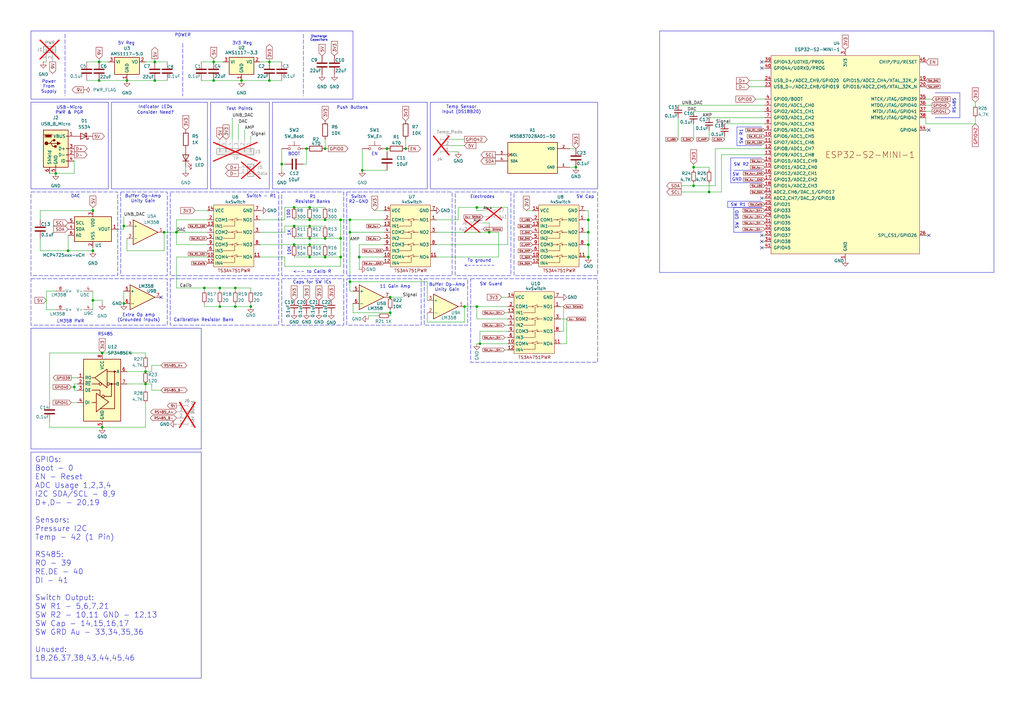
<source format=kicad_sch>
(kicad_sch (version 20231120) (generator "eeschema") (generator_version "8.0")
  (paper "A3")
  (title_block (title "Probe - EEE4022S") (date "2025-08-18") (rev "V1.0") (company "University of Cape Town"))
  (junction (at 143.51 90.17))
  (junction (at 63.5 33.02))
  (junction (at 38.1 102.87))
  (junction (at 147.32 105.41))
  (junction (at 133.35 105.41))
  (junction (at 50.8 124.46))
  (junction (at 284.48 68.58))
  (junction (at 38.1 86.36))
  (junction (at 87.63 25.4))
  (junction (at 83.82 118.11))
  (junction (at 120.65 100.33))
  (junction (at 90.17 118.11))
  (junction (at 50.8 92.71))
  (junction (at 120.65 92.71))
  (junction (at 139.7 97.79))
  (junction (at 127 97.79))
  (junction (at 190.5 125.73))
  (junction (at 41.91 144.78))
  (junction (at 143.51 95.25))
  (junction (at 127 100.33))
  (junction (at 195.58 125.73))
  (junction (at 30.48 158.75))
  (junction (at 160.02 121.92))
  (junction (at 27.94 102.87))
  (junction (at 120.65 85.09))
  (junction (at 40.64 25.4))
  (junction (at 290.83 78.74))
  (junction (at 166.37 60.96))
  (junction (at 125.73 60.96))
  (junction (at 196.85 140.97))
  (junction (at 96.52 125.73))
  (junction (at 63.5 25.4))
  (junction (at 59.69 152.4))
  (junction (at 241.3 90.17))
  (junction (at 127 90.17))
  (junction (at 67.31 95.25))
  (junction (at 52.07 33.02))
  (junction (at 284.48 76.2))
  (junction (at 38.1 123.19))
  (junction (at 87.63 33.02))
  (junction (at 241.3 95.25))
  (junction (at 127 105.41))
  (junction (at 195.58 85.09))
  (junction (at 127 85.09))
  (junction (at 143.51 115.57))
  (junction (at 236.22 68.58))
  (junction (at 148.59 69.85))
  (junction (at 72.39 95.25))
  (junction (at 41.91 175.26))
  (junction (at 110.49 25.4))
  (junction (at 102.87 125.73))
  (junction (at 241.3 100.33))
  (junction (at 160.02 128.27))
  (junction (at 133.35 97.79))
  (junction (at 59.69 157.48))
  (junction (at 127 92.71))
  (junction (at 96.52 118.11))
  (junction (at 133.35 90.17))
  (junction (at 139.7 105.41))
  (junction (at 139.7 90.17))
  (junction (at 158.75 60.96))
  (junction (at 133.35 60.96))
  (junction (at 99.06 33.02))
  (junction (at 241.3 105.41))
  (junction (at 40.64 33.02))
  (junction (at 115.57 67.31))
  (junction (at 200.66 95.25))
  (junction (at 22.86 71.12))
  (junction (at 90.17 125.73))
  (junction (at 110.49 33.02))
  (no_connect (at 312.42 25.4))
  (no_connect (at 381 53.34))
  (no_connect (at 381 96.52))
  (no_connect (at 312.42 27.94))
  (no_connect (at 312.42 99.06))
  (no_connect (at 312.42 96.52))
  (no_connect (at 312.42 101.6))
  (no_connect (at 312.42 81.28))
  (no_connect (at 66.04 121.92))
  (wire (pts (xy 63.5 25.4) (xy 68.58 25.4)))
  (wire (pts (xy 120.65 92.71) (xy 127 92.71)))
  (wire (pts (xy 290.83 68.58) (xy 290.83 69.85)))
  (wire (pts (xy 207.01 143.51) (xy 208.28 143.51)))
  (wire (pts (xy 83.82 124.46) (xy 83.82 125.73)))
  (wire (pts (xy 62.23 160.02) (xy 66.04 160.02)))
  (wire (pts (xy 195.58 140.97) (xy 196.85 140.97)))
  (wire (pts (xy 160.02 127) (xy 160.02 128.27)))
  (wire (pts (xy 279.4 78.74) (xy 290.83 78.74)))
  (wire (pts (xy 382.27 43.18) (xy 379.73 43.18)))
  (wire (pts (xy 59.69 144.78) (xy 59.69 146.05)))
  (wire (pts (xy 59.69 25.4) (xy 63.5 25.4)))
  (polyline (pts (xy 299.72 74.93) (xy 306.07 74.93)))
  (polyline (pts (xy 26.67 13.97) (xy 26.67 39.37)) (stroke (width 0) (type dash)))
  (wire (pts (xy 20.32 144.78) (xy 41.91 144.78)))
  (wire (pts (xy 160.02 128.27) (xy 160.02 129.54)))
  (wire (pts (xy 87.63 33.02) (xy 99.06 33.02)))
  (polyline (pts (xy 299.72 64.77) (xy 299.72 69.85)))
  (wire (pts (xy 379.73 48.26) (xy 379.73 50.8)))
  (wire (pts (xy 38.1 123.19) (xy 38.1 127)))
  (wire (pts (xy 175.26 115.57) (xy 175.26 123.19)))
  (wire (pts (xy 72.39 95.25) (xy 85.09 95.25)))
  (polyline (pts (xy 124.46 13.97) (xy 124.46 39.37)) (stroke (width 0) (type dash)))
  (wire (pts (xy 67.31 95.25) (xy 72.39 95.25)))
  (wire (pts (xy 116.84 109.22) (xy 116.84 105.41)))
  (wire (pts (xy 127 90.17) (xy 133.35 90.17)))
  (wire (pts (xy 120.65 97.79) (xy 127 97.79)))
  (wire (pts (xy 62.23 149.86) (xy 62.23 152.4)))
  (wire (pts (xy 62.23 157.48) (xy 62.23 160.02)))
  (wire (pts (xy 151.13 129.54) (xy 154.94 129.54)))
  (wire (pts (xy 241.3 105.41) (xy 240.03 105.41)))
  (wire (pts (xy 59.69 165.1) (xy 59.69 175.26)))
  (wire (pts (xy 17.78 25.4) (xy 19.05 25.4)))
  (wire (pts (xy 95.25 48.26) (xy 95.25 57.15)))
  (wire (pts (xy 278.13 48.26) (xy 278.13 57.15)))
  (wire (pts (xy 293.37 76.2) (xy 284.48 76.2)))
  (wire (pts (xy 157.48 100.33) (xy 147.32 100.33)))
  (wire (pts (xy 295.91 63.5) (xy 313.69 63.5)))
  (wire (pts (xy 133.35 57.15) (xy 133.35 60.96)))
  (polyline (pts (xy 74.93 17.78) (xy 74.93 39.37)) (stroke (width 0) (type dash)))
  (wire (pts (xy 233.68 68.58) (xy 236.22 68.58)))
  (wire (pts (xy 312.42 81.28) (xy 313.69 81.28)))
  (wire (pts (xy 185.42 59.69) (xy 190.5 59.69)))
  (polyline (pts (xy 302.26 59.69) (xy 312.42 59.69)))
  (wire (pts (xy 52.07 102.87) (xy 52.07 97.79)))
  (wire (pts (xy 41.91 123.19) (xy 38.1 123.19)))
  (wire (pts (xy 229.87 130.81) (xy 232.41 130.81)))
  (wire (pts (xy 293.37 60.96) (xy 313.69 60.96)))
  (wire (pts (xy 40.64 24.13) (xy 40.64 25.4)))
  (wire (pts (xy 30.48 157.48) (xy 30.48 158.75)))
  (polyline (pts (xy 300.99 69.85) (xy 312.42 69.85)))
  (wire (pts (xy 207.01 128.27) (xy 208.28 128.27)))
  (wire (pts (xy 207.01 138.43) (xy 208.28 138.43)))
  (polyline (pts (xy 306.07 74.93) (xy 312.42 74.93)))
  (wire (pts (xy 195.58 125.73) (xy 208.28 125.73)))
  (polyline (pts (xy 312.42 82.55) (xy 298.45 82.55)))
  (wire (pts (xy 99.06 33.02) (xy 110.49 33.02)))
  (wire (pts (xy 41.91 144.78) (xy 59.69 144.78)))
  (wire (pts (xy 102.87 118.11) (xy 102.87 119.38)))
  (polyline (pts (xy 383.54 38.1) (xy 393.7 38.1)))
  (wire (pts (xy 143.51 90.17) (xy 139.7 90.17)))
  (wire (pts (xy 190.5 125.73) (xy 190.5 132.08)))
  (wire (pts (xy 232.41 130.81) (xy 232.41 140.97)))
  (wire (pts (xy 59.69 152.4) (xy 52.07 152.4)))
  (wire (pts (xy 143.51 115.57) (xy 175.26 115.57)))
  (polyline (pts (xy 312.42 52.07) (xy 302.26 52.07)))
  (wire (pts (xy 312.42 25.4) (xy 313.69 25.4)))
  (wire (pts (xy 72.39 105.41) (xy 85.09 105.41)))
  (wire (pts (xy 16.51 86.36) (xy 38.1 86.36)))
  (wire (pts (xy 59.69 157.48) (xy 59.69 160.02)))
  (wire (pts (xy 151.13 129.54) (xy 151.13 130.81)))
  (wire (pts (xy 40.64 25.4) (xy 44.45 25.4)))
  (wire (pts (xy 59.69 151.13) (xy 59.69 152.4)))
  (wire (pts (xy 30.48 158.75) (xy 30.48 160.02)))
  (wire (pts (xy 382.27 40.64) (xy 379.73 40.64)))
  (wire (pts (xy 120.65 100.33) (xy 127 100.33)))
  (wire (pts (xy 90.17 124.46) (xy 90.17 125.73)))
  (wire (pts (xy 35.56 33.02) (xy 40.64 33.02)))
  (wire (pts (xy 139.7 97.79) (xy 139.7 105.41)))
  (wire (pts (xy 241.3 90.17) (xy 241.3 95.25)))
  (wire (pts (xy 87.63 25.4) (xy 91.44 25.4)))
  (wire (pts (xy 102.87 55.88) (xy 102.87 57.15)))
  (wire (pts (xy 143.51 90.17) (xy 157.48 90.17)))
  (wire (pts (xy 381 96.52) (xy 379.73 96.52)))
  (wire (pts (xy 139.7 109.22) (xy 116.84 109.22)))
  (wire (pts (xy 50.8 119.38) (xy 50.8 124.46)))
  (wire (pts (xy 147.32 100.33) (xy 147.32 105.41)))
  (polyline (pts (xy 300.99 85.09) (xy 300.99 95.25)))
  (wire (pts (xy 312.42 99.06) (xy 313.69 99.06)))
  (wire (pts (xy 233.68 60.96) (xy 236.22 60.96)))
  (wire (pts (xy 307.34 33.02) (xy 313.69 33.02)))
  (wire (pts (xy 312.42 96.52) (xy 313.69 96.52)))
  (wire (pts (xy 80.01 86.36) (xy 85.09 86.36)))
  (wire (pts (xy 41.91 123.19) (xy 41.91 124.46)))
  (wire (pts (xy 30.48 71.12) (xy 22.86 71.12)))
  (wire (pts (xy 187.96 90.17) (xy 187.96 85.09)))
  (polyline (pts (xy 312.42 85.09) (xy 298.45 85.09)))
  (wire (pts (xy 106.68 25.4) (xy 110.49 25.4)))
  (wire (pts (xy 133.35 90.17) (xy 139.7 90.17)))
  (wire (pts (xy 110.49 33.02) (xy 115.57 33.02)))
  (wire (pts (xy 106.68 100.33) (xy 120.65 100.33)))
  (wire (pts (xy 279.4 76.2) (xy 284.48 76.2)))
  (wire (pts (xy 297.18 55.88) (xy 297.18 57.15)))
  (wire (pts (xy 312.42 101.6) (xy 313.69 101.6)))
  (wire (pts (xy 148.59 60.96) (xy 148.59 69.85)))
  (wire (pts (xy 240.03 86.36) (xy 241.3 86.36)))
  (polyline (pts (xy 299.72 69.85) (xy 299.72 69.85)))
  (wire (pts (xy 20.32 172.72) (xy 20.32 175.26)))
  (polyline (pts (xy 393.7 38.1) (xy 393.7 48.26)))
  (wire (pts (xy 312.42 27.94) (xy 313.69 27.94)))
  (wire (pts (xy 83.82 119.38) (xy 83.82 118.11)))
  (wire (pts (xy 29.21 165.1) (xy 31.75 165.1)))
  (wire (pts (xy 22.86 127) (xy 19.05 127)))
  (wire (pts (xy 200.66 91.44) (xy 198.12 91.44)))
  (wire (pts (xy 52.07 33.02) (xy 63.5 33.02)))
  (wire (pts (xy 29.21 158.75) (xy 30.48 158.75)))
  (wire (pts (xy 400.05 48.26) (xy 400.05 50.8)))
  (wire (pts (xy 127 105.41) (xy 133.35 105.41)))
  (wire (pts (xy 38.1 102.87) (xy 38.1 101.6)))
  (wire (pts (xy 241.3 100.33) (xy 241.3 105.41)))
  (wire (pts (xy 38.1 85.09) (xy 38.1 86.36)))
  (wire (pts (xy 72.39 95.25) (xy 72.39 100.33)))
  (polyline (pts (xy 298.45 82.55) (xy 298.45 85.09)))
  (wire (pts (xy 143.51 95.25) (xy 157.48 95.25)))
  (wire (pts (xy 241.3 86.36) (xy 241.3 90.17)))
  (wire (pts (xy 16.51 90.17) (xy 16.51 86.36)))
  (wire (pts (xy 205.74 121.92) (xy 208.28 121.92)))
  (wire (pts (xy 284.48 74.93) (xy 284.48 76.2)))
  (wire (pts (xy 179.07 105.41) (xy 204.47 105.41)))
  (wire (pts (xy 20.32 175.26) (xy 41.91 175.26)))
  (wire (pts (xy 90.17 125.73) (xy 96.52 125.73)))
  (wire (pts (xy 200.66 95.25) (xy 204.47 95.25)))
  (wire (pts (xy 96.52 119.38) (xy 96.52 118.11)))
  (wire (pts (xy 166.37 60.96) (xy 167.64 60.96)))
  (wire (pts (xy 127 92.71) (xy 133.35 92.71)))
  (wire (pts (xy 200.66 91.44) (xy 200.66 95.25)))
  (wire (pts (xy 82.55 25.4) (xy 87.63 25.4)))
  (wire (pts (xy 158.75 62.23) (xy 158.75 60.96)))
  (wire (pts (xy 120.65 85.09) (xy 127 85.09)))
  (wire (pts (xy 110.49 25.4) (xy 115.57 25.4)))
  (wire (pts (xy 133.35 105.41) (xy 139.7 105.41)))
  (wire (pts (xy 240.03 100.33) (xy 241.3 100.33)))
  (wire (pts (xy 284.48 68.58) (xy 290.83 68.58)))
  (wire (pts (xy 90.17 118.11) (xy 96.52 118.11)))
  (wire (pts (xy 133.35 97.79) (xy 139.7 97.79)))
  (wire (pts (xy 120.65 105.41) (xy 127 105.41)))
  (wire (pts (xy 127 100.33) (xy 133.35 100.33)))
  (polyline (pts (xy 302.26 52.07) (xy 302.26 59.69)))
  (wire (pts (xy 66.04 149.86) (xy 62.23 149.86)))
  (wire (pts (xy 20.32 71.12) (xy 22.86 71.12)))
  (wire (pts (xy 175.26 132.08) (xy 190.5 132.08)))
  (wire (pts (xy 290.83 74.93) (xy 290.83 78.74)))
  (wire (pts (xy 116.84 85.09) (xy 120.65 85.09)))
  (wire (pts (xy 143.51 115.57) (xy 143.51 119.38)))
  (wire (pts (xy 293.37 60.96) (xy 293.37 76.2)))
  (wire (pts (xy 116.84 95.25) (xy 116.84 92.71)))
  (wire (pts (xy 115.57 67.31) (xy 116.84 67.31)))
  (wire (pts (xy 27.94 102.87) (xy 38.1 102.87)))
  (wire (pts (xy 97.79 50.8) (xy 97.79 57.15)))
  (wire (pts (xy 116.84 92.71) (xy 120.65 92.71)))
  (wire (pts (xy 307.34 35.56) (xy 313.69 35.56)))
  (wire (pts (xy 72.39 105.41) (xy 72.39 118.11)))
  (wire (pts (xy 85.09 100.33) (xy 72.39 100.33)))
  (wire (pts (xy 96.52 125.73) (xy 102.87 125.73)))
  (wire (pts (xy 147.32 105.41) (xy 147.32 110.49)))
  (wire (pts (xy 240.03 95.25) (xy 241.3 95.25)))
  (wire (pts (xy 76.2 68.58) (xy 76.2 69.85)))
  (wire (pts (xy 110.49 24.13) (xy 110.49 25.4)))
  (wire (pts (xy 190.5 125.73) (xy 195.58 125.73)))
  (wire (pts (xy 124.46 67.31) (xy 125.73 67.31)))
  (wire (pts (xy 157.48 97.79) (xy 156.21 97.79)))
  (wire (pts (xy 208.28 135.89) (xy 196.85 135.89)))
  (wire (pts (xy 179.07 100.33) (xy 208.28 100.33)))
  (wire (pts (xy 67.31 102.87) (xy 52.07 102.87)))
  (wire (pts (xy 143.51 119.38) (xy 144.78 119.38)))
  (wire (pts (xy 143.51 90.17) (xy 143.51 95.25)))
  (wire (pts (xy 85.09 102.87) (xy 85.09 104.14)))
  (polyline (pts (xy 300.99 95.25) (xy 312.42 95.25)))
  (wire (pts (xy 196.85 135.89) (xy 196.85 140.97)))
  (wire (pts (xy 295.91 78.74) (xy 290.83 78.74)))
  (wire (pts (xy 175.26 128.27) (xy 175.26 132.08)))
  (wire (pts (xy 160.02 121.92) (xy 165.1 121.92)))
  (polyline (pts (xy 383.54 48.26) (xy 393.7 48.26)))
  (wire (pts (xy 196.85 140.97) (xy 208.28 140.97)))
  (wire (pts (xy 102.87 125.73) (xy 102.87 124.46)))
  (wire (pts (xy 379.73 50.8) (xy 400.05 50.8)))
  (wire (pts (xy 30.48 157.48) (xy 31.75 157.48)))
  (wire (pts (xy 59.69 157.48) (xy 52.07 157.48)))
  (wire (pts (xy 278.13 43.18) (xy 313.69 43.18)))
  (wire (pts (xy 284.48 67.31) (xy 284.48 68.58)))
  (wire (pts (xy 215.9 86.36) (xy 218.44 86.36)))
  (wire (pts (xy 40.64 33.02) (xy 52.07 33.02)))
  (wire (pts (xy 284.48 45.72) (xy 313.69 45.72)))
  (wire (pts (xy 30.48 160.02) (xy 31.75 160.02)))
  (wire (pts (xy 67.31 95.25) (xy 67.31 102.87)))
  (wire (pts (xy 38.1 123.19) (xy 38.1 119.38)))
  (wire (pts (xy 48.26 93.98) (xy 50.8 93.98)))
  (wire (pts (xy 83.82 125.73) (xy 90.17 125.73)))
  (wire (pts (xy 157.48 92.71) (xy 156.21 92.71)))
  (wire (pts (xy 231.14 125.73) (xy 231.14 135.89)))
  (wire (pts (xy 297.18 50.8) (xy 313.69 50.8)))
  (wire (pts (xy 153.67 86.36) (xy 157.48 86.36)))
  (wire (pts (xy 16.51 97.79) (xy 16.51 102.87)))
  (wire (pts (xy 143.51 95.25) (xy 143.51 115.57)))
  (wire (pts (xy 106.68 90.17) (xy 116.84 90.17)))
  (wire (pts (xy 102.87 118.11) (xy 96.52 118.11)))
  (wire (pts (xy 295.91 63.5) (xy 295.91 78.74)))
  (wire (pts (xy 90.17 119.38) (xy 90.17 118.11)))
  (wire (pts (xy 106.68 105.41) (xy 116.84 105.41)))
  (wire (pts (xy 185.42 57.15) (xy 190.5 57.15)))
  (wire (pts (xy 96.52 125.73) (xy 96.52 124.46)))
  (wire (pts (xy 29.21 154.94) (xy 31.75 154.94)))
  (wire (pts (xy 240.03 90.17) (xy 241.3 90.17)))
  (wire (pts (xy 115.57 69.85) (xy 115.57 67.31)))
  (wire (pts (xy 125.73 60.96) (xy 125.73 67.31)))
  (wire (pts (xy 50.8 88.9) (xy 50.8 92.71)))
  (wire (pts (xy 195.58 86.36) (xy 195.58 85.09)))
  (wire (pts (xy 284.48 69.85) (xy 284.48 68.58)))
  (wire (pts (xy 198.12 86.36) (xy 195.58 86.36)))
  (wire (pts (xy 207.01 133.35) (xy 208.28 133.35)))
  (wire (pts (xy 284.48 50.8) (xy 284.48 57.15)))
  (wire (pts (xy 309.88 40.64) (xy 313.69 40.64)))
  (wire (pts (xy 139.7 105.41) (xy 139.7 109.22)))
  (wire (pts (xy 204.47 95.25) (xy 204.47 105.41)))
  (polyline (pts (xy 299.72 69.85) (xy 299.72 74.93)))
  (wire (pts (xy 241.3 95.25) (xy 241.3 100.33)))
  (wire (pts (xy 195.58 125.73) (xy 195.58 130.81)))
  (wire (pts (xy 50.8 92.71) (xy 52.07 92.71)))
  (wire (pts (xy 179.07 86.36) (xy 177.8 86.36)))
  (wire (pts (xy 290.83 48.26) (xy 313.69 48.26)))
  (wire (pts (xy 16.51 102.87) (xy 27.94 102.87)))
  (wire (pts (xy 35.56 25.4) (xy 40.64 25.4)))
  (wire (pts (xy 400.05 41.91) (xy 400.05 43.18)))
  (wire (pts (xy 144.78 124.46) (xy 144.78 128.27)))
  (wire (pts (xy 50.8 92.71) (xy 50.8 93.98)))
  (wire (pts (xy 63.5 33.02) (xy 68.58 33.02)))
  (wire (pts (xy 82.55 33.02) (xy 87.63 33.02)))
  (wire (pts (xy 115.57 67.31) (xy 115.57 60.96)))
  (wire (pts (xy 208.28 85.09) (xy 208.28 100.33)))
  (wire (pts (xy 62.23 152.4) (xy 59.69 152.4)))
  (wire (pts (xy 133.35 60.96) (xy 134.62 60.96)))
  (polyline (pts (xy 312.42 64.77) (xy 299.72 64.77)))
  (wire (pts (xy 63.5 24.13) (xy 63.5 25.4)))
  (wire (pts (xy 179.07 90.17) (xy 187.96 90.17)))
  (wire (pts (xy 166.37 57.15) (xy 166.37 60.96)))
  (wire (pts (xy 85.09 90.17) (xy 72.39 90.17)))
  (wire (pts (xy 229.87 125.73) (xy 231.14 125.73)))
  (wire (pts (xy 148.59 69.85) (xy 158.75 69.85)))
  (wire (pts (xy 120.65 90.17) (xy 127 90.17)))
  (wire (pts (xy 232.41 140.97) (xy 229.87 140.97)))
  (wire (pts (xy 187.96 85.09) (xy 195.58 85.09)))
  (wire (pts (xy 116.84 90.17) (xy 116.84 85.09)))
  (wire (pts (xy 290.83 53.34) (xy 290.83 57.15)))
  (polyline (pts (xy 312.42 85.09) (xy 300.99 85.09)))
  (wire (pts (xy 144.78 128.27) (xy 160.02 128.27)))
  (wire (pts (xy 147.32 105.41) (xy 157.48 105.41)))
  (wire (pts (xy 195.58 85.09) (xy 208.28 85.09)))
  (wire (pts (xy 72.39 90.17) (xy 72.39 95.25)))
  (wire (pts (xy 127 85.09) (xy 133.35 85.09)))
  (wire (pts (xy 106.68 95.25) (xy 116.84 95.25)))
  (wire (pts (xy 127 97.79) (xy 133.35 97.79)))
  (wire (pts (xy 231.14 135.89) (xy 229.87 135.89)))
  (wire (pts (xy 59.69 175.26) (xy 41.91 175.26)))
  (wire (pts (xy 139.7 90.17) (xy 139.7 97.79)))
  (wire (pts (xy 83.82 118.11) (xy 90.17 118.11)))
  (wire (pts (xy 381 53.34) (xy 379.73 53.34)))
  (wire (pts (xy 382.27 45.72) (xy 379.73 45.72)))
  (wire (pts (xy 19.05 119.38) (xy 22.86 119.38)))
  (wire (pts (xy 30.48 66.04) (xy 30.48 71.12)))
  (wire (pts (xy 72.39 118.11) (xy 83.82 118.11)))
  (wire (pts (xy 195.58 130.81) (xy 208.28 130.81)))
  (wire (pts (xy 179.07 95.25) (xy 200.66 95.25)))
  (wire (pts (xy 185.42 62.23) (xy 187.96 62.23)))
  (wire (pts (xy 100.33 53.34) (xy 100.33 57.15)))
  (wire (pts (xy 87.63 24.13) (xy 87.63 25.4)))
  (wire (pts (xy 20.32 165.1) (xy 20.32 144.78)))
  (wire (pts (xy 19.05 119.38) (xy 19.05 127)))
  (wire (pts (xy 27.94 96.52) (xy 27.94 102.87)))
  (wire (pts (xy 59.69 157.48) (xy 62.23 157.48)))
  (rectangle (start 69.85 114.3) (end 114.3 133.35) (stroke (width 0) (type dash)))
  (rectangle (start 173.99 114.3) (end 191.77 133.35) (stroke (width 0) (type dash)))
  (rectangle (start 12.7 12.7) (end 144.78 40.64))
  (rectangle (start 12.7 41.91) (end 44.45 77.47))
  (rectangle (start 115.57 114.3) (end 140.97 133.35) (stroke (width 0) (type dash)))
  (rectangle (start 270.51 12.7) (end 407.67 111.76))
  (rectangle (start 86.36 41.91) (end 110.49 77.47))
  (rectangle (start 115.57 78.74) (end 140.97 113.03) (stroke (width 0) (type dash)))
  (rectangle (start 12.7 114.3) (end 68.58 133.35) (stroke (width 0) (type dash)))
  (rectangle (start 69.85 78.74) (end 114.3 113.03) (stroke (width 0) (type dash)))
  (rectangle (start 49.53 78.74) (end 68.58 113.03) (stroke (width 0) (type dash)))
  (rectangle (start 45.72 41.91) (end 85.09 77.47))
  (rectangle (start 111.76 41.91) (end 175.26 77.47))
  (rectangle (start 176.53 41.91) (end 245.11 77.47))
  (rectangle (start 186.69 78.74) (end 209.55 113.03) (stroke (width 0) (type dash)))
  (rectangle (start 210.82 78.74) (end 245.11 113.03) (stroke (width 0) (type dash)))
  (rectangle (start 142.24 78.74) (end 185.42 113.03) (stroke (width 0) (type dash)))
  (rectangle (start 142.24 114.3) (end 172.72 133.35) (stroke (width 0) (type dash)))
  (rectangle (start 12.7 78.74) (end 48.26 113.03) (stroke (width 0) (type dash)))
  (rectangle (start 193.04 114.3) (end 245.11 148.59) (stroke (width 0) (type dash)))
  (rectangle (start 12.7 134.62) (end 82.55 184.15))
  (text_box "GPIOs:\nBoot - 0\nEN - Reset\nADC Usage 1,2,3,4\nI2C SDA/SCL - 8,9\nD+,D- - 20,19\n\nSensors:\nPressure I2C\nTemp - 42 (1 Pin)\n\nRS485:\nRO - 39\nRE,DE - 40\nDI - 41\n\nSwitch Output:\nSW R1 - 5,6,7,21\nSW R2 - 10,11 GND - 12,13\nSW Cap - 14,15,16,17\nSW GRD Au - 33,34,35,36\n\nUnused:\n18,26,37,38,43,44,45,46\n\n" (at 12.7 185.42 0) (size 69.85 92.71) (effects (font (size 2.2 2.2)) (justify left top)))
  (text "Extra Op amp\n(Grounded inputs)" (at 56.896 130.302 0) (effects (font (size 1.27 1.27))))
  (text "Switch - R1" (at 107.188 80.518 0) (effects (font (size 1.27 1.27))))
  (text "Calibration Resistor Bank\n" (at 83.566 131.318 0) (effects (font (size 1.27 1.27))))
  (text "BOOT\n" (at 120.65 63.246 0) (effects (font (size 1.27 1.27))))
  (text "SW R1" (at 302.768 84.074 0) (effects (font (size 1.27 1.27))))
  (text "Test Points" (at 98.298 44.704 0) (effects (font (size 1.27 1.27))))
  (text "5V Reg" (at 51.816 17.78 0) (effects (font (size 1.27 1.27))))
  (text "POWER\n" (at 74.93 14.478 0) (effects (font (size 1.27 1.27))))
  (text "SW \nGND" (at 302.26 72.644 0) (effects (font (size 1.27 1.27))))
  (text "Discharge\nCapacitors" (at 130.81 15.748 0) (effects (font (size 0.889 0.889))))
  (text "SW Cap" (at 240.03 80.772 0) (effects (font (size 1.27 1.27))))
  (text "3V3 Reg" (at 99.314 17.78 0) (effects (font (size 1.27 1.27))))
  (text "LM358 PWR" (at 28.956 131.826 0) (effects (font (size 1.27 1.27))))
  (text "USB-Micro\nPWR & PGR" (at 28.448 45.212 0) (effects (font (size 1.27 1.27))))
  (text "To ground\n<-------" (at 196.596 107.95 0) (effects (font (size 1.27 1.27))))
  (text "Push Buttons" (at 144.526 44.196 0) (effects (font (size 1.27 1.27))))
  (text "SW R2" (at 304.038 67.564 0) (effects (font (size 1.27 1.27))))
  (text "DAC" (at 30.988 80.518 0) (effects (font (size 1.27 1.27))))
  (text "Consider Need?" (at 63.754 46.228 0) (effects (font (size 1.27 1.27))))
  (text "1K\n" (at 118.618 95.504 90) (effects (font (size 1.27 1.27))))
  (text "SW R1" (at 304.038 56.134 90) (effects (font (size 1.27 1.27))))
  (text "10K" (at 118.618 102.87 90) (effects (font (size 1.27 1.27))))
  (text "SW GRD" (at 302.26 90.17 90) (effects (font (size 1.27 1.27))))
  (text "Electrodes" (at 197.866 80.772 0) (effects (font (size 1.27 1.27))))
  (text "RS485" (at 43.18 137.16 0) (effects (font (size 1.27 1.27))))
  (text "Buffer Op-Amp\nUnity Gain" (at 183.388 117.856 0) (effects (font (size 1.27 1.27))))
  (text "Temp Sensor\nInput (DS18B20)" (at 189.23 44.958 0) (effects (font (size 1.27 1.27))))
  (text "100" (at 118.364 87.884 90) (effects (font (size 1.27 1.27))))
  (text "Indicator LEDs" (at 63.754 43.942 0) (effects (font (size 1.27 1.27))))
  (text "Switch\nR2-GND" (at 147.066 81.788 0) (effects (font (size 1.27 1.27))))
  (text "SW Guard" (at 201.422 116.586 0) (effects (font (size 1.27 1.27))))
  (text "Buffer Op-Amp\nUnity Gain" (at 58.674 81.534 0) (effects (font (size 1.27 1.27))))
  (text "Caps for SW ICs" (at 128.016 115.824 0) (effects (font (size 1.27 1.27))))
  (text "<-- to Calib R" (at 128.016 111.506 0) (effects (font (size 1.27 1.27))))
  (text "Power\nFrom\nSupply" (at 20.066 35.56 0) (effects (font (size 1.27 1.27))))
  (text "RS485" (at 391.414 43.434 90) (effects (font (size 1.27 1.27))))
  (text "EN" (at 153.67 63.246 0) (effects (font (size 1.27 1.27))))
  (text "11 Gain Amp\n" (at 162.052 117.602 0) (effects (font (size 1.27 1.27))))
  (text "R1\nResistor Banks\n" (at 128.27 81.788 0) (effects (font (size 1.27 1.27))))
  (label "Au-" (at 198.12 91.44 180))
  (label "AMP" (at 100.33 53.34 0))
  (label "AMP" (at 143.51 99.06 0))
  (label "AMP" (at 292.1 48.26 180))
  (label "Signal" (at 102.87 55.88 0))
  (label "Au+" (at 198.12 86.36 0))
  (label "DAC" (at 285.75 45.72 180))
  (label "Calib" (at 73.66 118.11 0))
  (label "DAC" (at 72.39 95.25 0))
  (label "UNB_DAC" (at 288.29 43.18 180))
  (label "Signal" (at 299.72 50.8 180))
  (label "UNB_DAC" (at 95.25 48.26 0))
  (label "Signal" (at 165.1 121.92 0))
  (label "DAC" (at 97.79 50.8 0))
  (label "UNB_DAC" (at 50.8 88.9 0))
  (global_label "SW_Au+" (shape input) (at 156.21 92.71 180) (effects (font (size 0.762 0.762))) (property "Intersheetrefs" "${INTERSHEET_REFS}" (effects (hide yes))))
  (global_label "GPIO0" (shape input) (at 309.88 40.64 180) (property "Intersheetrefs" "${INTERSHEET_REFS}" (effects (hide yes))))
  (global_label "C_DAC" (shape input) (at 284.48 57.15 180) (effects (font (size 0.762 0.762))) (property "Intersheetrefs" "${INTERSHEET_REFS}" (effects (hide yes))))
  (global_label "5V" (shape input) (at 19.05 123.19 180) (property "Intersheetrefs" "${INTERSHEET_REFS}" (effects (hide yes))))
  (global_label "GPIO40" (shape input) (at 29.21 158.75 180) (effects (font (size 1.016 1.016))) (property "Intersheetrefs" "${INTERSHEET_REFS}" (effects (hide yes))))
  (global_label "SDA" (shape output) (at 203.2 66.04 180) (property "Intersheetrefs" "${INTERSHEET_REFS}" (effects (hide yes))))
  (global_label "SCL" (shape output) (at 203.2 63.5 180) (property "Intersheetrefs" "${INTERSHEET_REFS}" (effects (hide yes))))
  (global_label "SW_R1_10K" (shape input) (at 313.69 58.42 180) (effects (font (size 0.762 0.762))) (property "Intersheetrefs" "${INTERSHEET_REFS}" (effects (hide yes))))
  (global_label "D+" (shape input) (at 307.34 33.02 180) (property "Intersheetrefs" "${INTERSHEET_REFS}" (effects (hide yes))))
  (global_label "3V3" (shape input) (at 236.22 60.96 90) (property "Intersheetrefs" "${INTERSHEET_REFS}" (effects (hide yes))))
  (global_label "SW_R1_100" (shape input) (at 313.69 53.34 180) (effects (font (size 0.762 0.762))) (property "Intersheetrefs" "${INTERSHEET_REFS}" (effects (hide yes))))
  (global_label "Au+ Shield" (shape input) (at 231.14 125.73 0) (effects (font (size 0.762 0.762))) (property "Intersheetrefs" "${INTERSHEET_REFS}" (effects (hide yes))))
  (global_label "3V3" (shape input) (at 346.71 20.32 90) (property "Intersheetrefs" "${INTERSHEET_REFS}" (effects (hide yes))))
  (global_label "3V3" (shape input) (at 400.05 41.91 90) (property "Intersheetrefs" "${INTERSHEET_REFS}" (effects (hide yes))))
  (global_label "3V3" (shape input) (at 284.48 67.31 90) (property "Intersheetrefs" "${INTERSHEET_REFS}" (effects (hide yes))))
  (global_label "D+" (shape output) (at 30.48 60.96 0) (property "Intersheetrefs" "${INTERSHEET_REFS}" (effects (hide yes))))
  (global_label "SW_Au-_SH-" (shape input) (at 313.69 93.98 180) (effects (font (size 0.762 0.762))) (property "Intersheetrefs" "${INTERSHEET_REFS}" (effects (hide yes))))
  (global_label "SW_Au+_GND" (shape input) (at 157.48 102.87 180) (effects (font (size 0.762 0.762))) (property "Intersheetrefs" "${INTERSHEET_REFS}" (effects (hide yes))))
  (global_label "5V" (shape input) (at 190.5 59.69 0) (property "Intersheetrefs" "${INTERSHEET_REFS}" (effects (hide yes))))
  (global_label "SW_Au+_SH+" (shape input) (at 207.01 128.27 180) (effects (font (size 0.762 0.762))) (property "Intersheetrefs" "${INTERSHEET_REFS}" (effects (hide yes))))
  (global_label "3V3" (shape input) (at 120.65 123.19 90) (property "Intersheetrefs" "${INTERSHEET_REFS}" (effects (hide yes))))
  (global_label "5V" (shape input) (at 90.17 57.15 90) (property "Intersheetrefs" "${INTERSHEET_REFS}" (effects (hide yes))))
  (global_label "EN" (shape output) (at 167.64 60.96 0) (property "Intersheetrefs" "${INTERSHEET_REFS}" (effects (hide yes))))
  (global_label "SW_Au+" (shape input) (at 313.69 66.04 180) (effects (font (size 0.762 0.762))) (property "Intersheetrefs" "${INTERSHEET_REFS}" (effects (hide yes))))
  (global_label "C_AMP" (shape input) (at 290.83 57.15 180) (effects (font (size 0.762 0.762))) (property "Intersheetrefs" "${INTERSHEET_REFS}" (effects (hide yes))))
  (global_label "SCL" (shape output) (at 279.4 78.74 180) (property "Intersheetrefs" "${INTERSHEET_REFS}" (effects (hide yes))))
  (global_label "3V3" (shape input) (at 205.74 121.92 180) (property "Intersheetrefs" "${INTERSHEET_REFS}" (effects (hide yes))))
  (global_label "SW_Au+_SH-" (shape input) (at 207.01 138.43 180) (effects (font (size 0.762 0.762))) (property "Intersheetrefs" "${INTERSHEET_REFS}" (effects (hide yes))))
  (global_label "3V3" (shape input) (at 215.9 86.36 90) (property "Intersheetrefs" "${INTERSHEET_REFS}" (effects (hide yes))))
  (global_label "SW_R1_100" (shape input) (at 85.09 92.71 180) (effects (font (size 0.762 0.762))) (property "Intersheetrefs" "${INTERSHEET_REFS}" (effects (hide yes))))
  (global_label "C_SGN" (shape input) (at 297.18 57.15 180) (effects (font (size 0.762 0.762))) (property "Intersheetrefs" "${INTERSHEET_REFS}" (effects (hide yes))))
  (global_label "RS485_B-" (shape bidirectional) (at 66.04 160.02 0) (effects (font (size 1.016 1.016))) (property "Intersheetrefs" "${INTERSHEET_REFS}" (effects (hide yes))))
  (global_label "9V" (shape output) (at 72.39 166.37 180) (effects (font (size 1.016 1.016))) (property "Intersheetrefs" "${INTERSHEET_REFS}" (effects (hide yes))))
  (global_label "D-" (shape output) (at 30.48 63.5 0) (property "Intersheetrefs" "${INTERSHEET_REFS}" (effects (hide yes))))
  (global_label "3V3" (shape input) (at 125.73 123.19 90) (property "Intersheetrefs" "${INTERSHEET_REFS}" (effects (hide yes))))
  (global_label "GPIO42" (shape output) (at 190.5 57.15 0) (property "Intersheetrefs" "${INTERSHEET_REFS}" (effects (hide yes))))
  (global_label "GPIO0" (shape output) (at 134.62 60.96 0) (property "Intersheetrefs" "${INTERSHEET_REFS}" (effects (hide yes))))
  (global_label "3V3" (shape input) (at 76.2 53.34 90) (property "Intersheetrefs" "${INTERSHEET_REFS}" (effects (hide yes))))
  (global_label "SDA" (shape output) (at 279.4 76.2 180) (property "Intersheetrefs" "${INTERSHEET_REFS}" (effects (hide yes))))
  (global_label "9V" (shape output) (at 21.59 25.4 270) (property "Intersheetrefs" "${INTERSHEET_REFS}" (effects (hide yes))))
  (global_label "C_UBD" (shape input) (at 278.13 57.15 180) (effects (font (size 0.762 0.762))) (property "Intersheetrefs" "${INTERSHEET_REFS}" (effects (hide yes))))
  (global_label "SW_SGN" (shape input) (at 313.69 78.74 180) (effects (font (size 0.762 0.762))) (property "Intersheetrefs" "${INTERSHEET_REFS}" (effects (hide yes))))
  (global_label "SW_AMP" (shape input) (at 218.44 102.87 180) (effects (font (size 0.762 0.762))) (property "Intersheetrefs" "${INTERSHEET_REFS}" (effects (hide yes))))
  (global_label "RS485_B-" (shape bidirectional) (at 72.39 171.45 180) (effects (font (size 1.016 1.016))) (property "Intersheetrefs" "${INTERSHEET_REFS}" (effects (hide yes))))
  (global_label "SW_Au-_SH+" (shape input) (at 207.01 133.35 180) (effects (font (size 0.762 0.762))) (property "Intersheetrefs" "${INTERSHEET_REFS}" (effects (hide yes))))
  (global_label "SDA" (shape input) (at 27.94 93.98 180) (property "Intersheetrefs" "${INTERSHEET_REFS}" (effects (hide yes))))
  (global_label "SCL" (shape input) (at 27.94 91.44 180) (property "Intersheetrefs" "${INTERSHEET_REFS}" (effects (hide yes))))
  (global_label "SW_Calib" (shape input) (at 85.09 107.95 180) (effects (font (size 0.762 0.762))) (property "Intersheetrefs" "${INTERSHEET_REFS}" (effects (hide yes))))
  (global_label "3V3" (shape input) (at 41.91 144.78 90) (property "Intersheetrefs" "${INTERSHEET_REFS}" (effects (hide yes))))
  (global_label "3V3" (shape input) (at 130.81 123.19 90) (property "Intersheetrefs" "${INTERSHEET_REFS}" (effects (hide yes))))
  (global_label "SW_R1_10K" (shape input) (at 85.09 104.14 180) (effects (font (size 0.762 0.762))) (property "Intersheetrefs" "${INTERSHEET_REFS}" (effects (hide yes))))
  (global_label "3V3" (shape input) (at 92.71 57.15 90) (property "Intersheetrefs" "${INTERSHEET_REFS}" (effects (hide yes))))
  (global_label "SW_Au-_SH+" (shape input) (at 313.69 88.9 180) (effects (font (size 0.762 0.762))) (property "Intersheetrefs" "${INTERSHEET_REFS}" (effects (hide yes))))
  (global_label "5V" (shape output) (at 38.1 55.88 0) (property "Intersheetrefs" "${INTERSHEET_REFS}" (effects (hide yes))))
  (global_label "SW_R1_1K" (shape input) (at 85.09 97.79 180) (effects (font (size 0.762 0.762))) (property "Intersheetrefs" "${INTERSHEET_REFS}" (effects (hide yes))))
  (global_label "SW_SGN" (shape input) (at 218.44 107.95 180) (effects (font (size 0.762 0.762))) (property "Intersheetrefs" "${INTERSHEET_REFS}" (effects (hide yes))))
  (global_label "SW_DAC" (shape input) (at 379.73 33.02 0) (effects (font (size 0.762 0.762))) (property "Intersheetrefs" "${INTERSHEET_REFS}" (effects (hide yes))))
  (global_label "D-" (shape input) (at 307.34 35.56 180) (property "Intersheetrefs" "${INTERSHEET_REFS}" (effects (hide yes))))
  (global_label "5V" (shape output) (at 63.5 24.13 90) (property "Intersheetrefs" "${INTERSHEET_REFS}" (effects (hide yes))))
  (global_label "5V" (shape input) (at 87.63 24.13 90) (property "Intersheetrefs" "${INTERSHEET_REFS}" (effects (hide yes))))
  (global_label "GPIO41" (shape output) (at 382.27 45.72 0) (effects (font (size 1.016 1.016))) (property "Intersheetrefs" "${INTERSHEET_REFS}" (effects (hide yes))))
  (global_label "D-" (shape output) (at 97.79 71.12 180) (property "Intersheetrefs" "${INTERSHEET_REFS}" (effects (hide yes))))
  (global_label "5V" (shape input) (at 132.08 22.86 90) (property "Intersheetrefs" "${INTERSHEET_REFS}" (effects (hide yes))))
  (global_label "SW_Calib" (shape input) (at 313.69 83.82 180) (effects (font (size 0.762 0.762))) (property "Intersheetrefs" "${INTERSHEET_REFS}" (effects (hide yes))))
  (global_label "GPIO42" (shape input) (at 400.05 50.8 270) (property "Intersheetrefs" "${INTERSHEET_REFS}" (effects (hide yes))))
  (global_label "C_AMP" (shape input) (at 218.44 100.33 180) (effects (font (size 0.762 0.762))) (property "Intersheetrefs" "${INTERSHEET_REFS}" (effects (hide yes))))
  (global_label "RS485_A+" (shape bidirectional) (at 66.04 149.86 0) (effects (font (size 1.016 1.016))) (property "Intersheetrefs" "${INTERSHEET_REFS}" (effects (hide yes))))
  (global_label "GPIO41" (shape input) (at 29.21 165.1 180) (effects (font (size 1.016 1.016))) (property "Intersheetrefs" "${INTERSHEET_REFS}" (effects (hide yes))))
  (global_label "D+" (shape output) (at 97.79 68.58 180) (property "Intersheetrefs" "${INTERSHEET_REFS}" (effects (hide yes))))
  (global_label "SW_Au+_SH+" (shape input) (at 313.69 86.36 180) (effects (font (size 0.762 0.762))) (property "Intersheetrefs" "${INTERSHEET_REFS}" (effects (hide yes))))
  (global_label "SW_DAC" (shape input) (at 218.44 97.79 180) (effects (font (size 0.762 0.762))) (property "Intersheetrefs" "${INTERSHEET_REFS}" (effects (hide yes))))
  (global_label "3V3" (shape input) (at 166.37 49.53 90) (property "Intersheetrefs" "${INTERSHEET_REFS}" (effects (hide yes))))
  (global_label "Au+ Shield" (shape input) (at 198.12 88.9 180) (effects (font (size 0.762 0.762))) (property "Intersheetrefs" "${INTERSHEET_REFS}" (effects (hide yes))))
  (global_label "9V" (shape input) (at 40.64 24.13 90) (property "Intersheetrefs" "${INTERSHEET_REFS}" (effects (hide yes))))
  (global_label "3V3" (shape output) (at 110.49 24.13 90) (property "Intersheetrefs" "${INTERSHEET_REFS}" (effects (hide yes))))
  (global_label "Au- Shield" (shape input) (at 198.12 93.98 0) (effects (font (size 0.762 0.762))) (property "Intersheetrefs" "${INTERSHEET_REFS}" (effects (hide yes))))
  (global_label "SW_Au+_SH-" (shape input) (at 313.69 91.44 180) (effects (font (size 0.762 0.762))) (property "Intersheetrefs" "${INTERSHEET_REFS}" (effects (hide yes))))
  (global_label "GPIO39" (shape input) (at 382.27 40.64 0) (effects (font (size 1.016 1.016))) (property "Intersheetrefs" "${INTERSHEET_REFS}" (effects (hide yes))))
  (global_label "C_DAC" (shape input) (at 218.44 95.25 180) (effects (font (size 0.762 0.762))) (property "Intersheetrefs" "${INTERSHEET_REFS}" (effects (hide yes))))
  (global_label "SW_Au-_GND" (shape input) (at 313.69 73.66 180) (effects (font (size 0.762 0.762))) (property "Intersheetrefs" "${INTERSHEET_REFS}" (effects (hide yes))))
  (global_label "SW_Au-_GND" (shape input) (at 157.48 107.95 180) (effects (font (size 0.762 0.762))) (property "Intersheetrefs" "${INTERSHEET_REFS}" (effects (hide yes))))
  (global_label "C_SGN" (shape input) (at 218.44 105.41 180) (effects (font (size 0.762 0.762))) (property "Intersheetrefs" "${INTERSHEET_REFS}" (effects (hide yes))))
  (global_label "SW_Au-" (shape input) (at 156.21 97.79 180) (effects (font (size 0.762 0.762))) (property "Intersheetrefs" "${INTERSHEET_REFS}" (effects (hide yes))))
  (global_label "GPIO39" (shape output) (at 29.21 154.94 180) (effects (font (size 1.016 1.016))) (property "Intersheetrefs" "${INTERSHEET_REFS}" (effects (hide yes))))
  (global_label "3V3" (shape input) (at 80.01 86.36 180) (property "Intersheetrefs" "${INTERSHEET_REFS}" (effects (hide yes))))
  (global_label "C_UBD" (shape input) (at 218.44 90.17 180) (effects (font (size 0.762 0.762))) (property "Intersheetrefs" "${INTERSHEET_REFS}" (effects (hide yes))))
  (global_label "SW_UBD" (shape input) (at 313.69 76.2 180) (effects (font (size 0.762 0.762))) (property "Intersheetrefs" "${INTERSHEET_REFS}" (effects (hide yes))))
  (global_label "GPIO40" (shape output) (at 382.27 43.18 0) (effects (font (size 1.016 1.016))) (property "Intersheetrefs" "${INTERSHEET_REFS}" (effects (hide yes))))
  (global_label "SW_Au-" (shape input) (at 313.69 68.58 180) (effects (font (size 0.762 0.762))) (property "Intersheetrefs" "${INTERSHEET_REFS}" (effects (hide yes))))
  (global_label "3V3" (shape input) (at 133.35 49.53 90) (property "Intersheetrefs" "${INTERSHEET_REFS}" (effects (hide yes))))
  (global_label "SW_AMP" (shape input) (at 379.73 35.56 0) (effects (font (size 0.762 0.762))) (property "Intersheetrefs" "${INTERSHEET_REFS}" (effects (hide yes))))
  (global_label "SW_UBD" (shape input) (at 218.44 92.71 180) (effects (font (size 0.762 0.762))) (property "Intersheetrefs" "${INTERSHEET_REFS}" (effects (hide yes))))
  (global_label "RS485_A+" (shape bidirectional) (at 72.39 168.91 180) (effects (font (size 1.016 1.016))) (property "Intersheetrefs" "${INTERSHEET_REFS}" (effects (hide yes))))
  (global_label "SW_R1_1K" (shape input) (at 313.69 55.88 180) (effects (font (size 0.762 0.762))) (property "Intersheetrefs" "${INTERSHEET_REFS}" (effects (hide yes))))
  (global_label "EN" (shape input) (at 379.73 25.4 0) (property "Intersheetrefs" "${INTERSHEET_REFS}" (effects (hide yes))))
  (global_label "Au- Shield" (shape input) (at 232.41 130.81 0) (effects (font (size 0.762 0.762))) (property "Intersheetrefs" "${INTERSHEET_REFS}" (effects (hide yes))))
  (global_label "9V" (shape output) (at 34.29 36.83 180) (property "Intersheetrefs" "${INTERSHEET_REFS}" (effects (hide yes))))
  (global_label "SW_Au-_SH-" (shape input) (at 207.01 143.51 180) (effects (font (size 0.762 0.762))) (property "Intersheetrefs" "${INTERSHEET_REFS}" (effects (hide yes))))
  (global_label "3V3" (shape input) (at 153.67 86.36 90) (property "Intersheetrefs" "${INTERSHEET_REFS}" (effects (hide yes))))
  (global_label "3V3" (shape input) (at 137.16 22.86 90) (property "Intersheetrefs" "${INTERSHEET_REFS}" (effects (hide yes))))
  (global_label "SW_Au+_GND" (shape input) (at 313.69 71.12 180) (effects (font (size 0.762 0.762))) (property "Intersheetrefs" "${INTERSHEET_REFS}" (effects (hide yes))))
  (global_label "5V" (shape input) (at 38.1 85.09 90) (property "Intersheetrefs" "${INTERSHEET_REFS}" (effects (hide yes))))
  (global_label "3V3" (shape input) (at 135.89 123.19 90) (property "Intersheetrefs" "${INTERSHEET_REFS}" (effects (hide yes))))
  (symbol (lib_id "Device:R_Small") (at 59.69 148.59 0) (mirror y) (unit 1)
    (property "Reference" "R27" (at 58.674 147.32 0) (effects (justify left)))
    (property "Value" "4.7K" (at 58.674 149.86 0) (effects (justify left)))
    (property "Footprint" "Resistor_SMD:R_0603_1608Metric" (effects (hide yes)))
    (property "Description" "Resistor, small symbol" (effects (hide yes)))
    (property "Cost" "0.0011" (effects (hide yes)))
    (property "JLC Part no." "C23162" (effects (hide yes)))
  )
  (symbol (lib_id "Amplifier_Operational:LM358") (at 30.48 124.46 90) (unit 3)
    (property "Reference" "U9" (at 36.322 128.524 90))
    (property "Value" "LM358" (at 23.622 128.778 90))
    (property "Footprint" "Package_SO:SOIC-8_3.9x4.9mm_P1.27mm" (effects (hide yes)))
    (property "Datasheet" "http://www.ti.com/lit/ds/symlink/lm2904-n.pdf" (effects (hide yes)))
    (property "Description" "Low-Power, Dual Operational Amplifiers, DIP-8/SOIC-8/TO-99-8" (effects (hide yes)))
    (property "Cost" "0.0758" (effects (hide yes)))
    (property "JLC Part no." "C7950" (effects (hide yes)))
  )
  (symbol (lib_id "Switch:SW_Push") (at 120.65 60.96 0) (unit 1)
    (property "Reference" "SW2" (at 120.65 53.34 0))
    (property "Value" "SW_Boot" (at 120.65 55.88 0))
    (property "Footprint" "ThesisLib:SW_TS-1088-AR02016" (effects (hide yes)))
    (property "Description" "Push button switch, generic, two pins" (effects (hide yes)))
    (property "Cost" "0.0423" (effects (hide yes)))
    (property "JLC Part no." "C720477" (effects (hide yes)))
  )
  (symbol (lib_id "power:GND") (at 106.68 86.36 90) (unit 1)
    (property "Reference" "#PWR016" (effects (hide yes)))
    (property "Value" "GND" (at 109.474 86.36 90) (effects (justify right)))
    (property "Description" "Power symbol creates a global label with name \"GND\" , ground" (effects (hide yes)))
  )
  (symbol (lib_id "Device:R") (at 129.54 60.96 90) (unit 1)
    (property "Reference" "R2" (at 129.54 57.15 90))
    (property "Value" "470" (at 131.572 58.928 90) (effects (justify left)))
    (property "Footprint" "Resistor_SMD:R_0603_1608Metric" (effects (hide yes)))
    (property "Description" "Resistor" (effects (hide yes)))
    (property "Cost" "0.0011" (effects (hide yes)))
    (property "JLC Part no." "C23179" (effects (hide yes)))
  )
  (symbol (lib_id "power:GND") (at 38.1 102.87 0) (unit 1)
    (property "Reference" "#PWR014" (effects (hide yes)))
    (property "Value" "GND" (at 38.1 107.95 0))
    (property "Description" "Power symbol creates a global label with name \"GND\" , ground" (effects (hide yes)))
  )
  (symbol (lib_id "power:GND") (at 41.91 175.26 0) (unit 1)
    (property "Reference" "#PWR022" (effects (hide yes)))
    (property "Value" "GND" (at 41.91 179.07 0))
    (property "Description" "Power symbol creates a global label with name \"GND\" , ground" (effects (hide yes)))
  )
  (symbol (lib_id "Device:R_Small") (at 133.35 102.87 0) (unit 1)
    (property "Reference" "R16" (at 134.366 101.6 0) (effects (justify left)))
    (property "Value" "30K" (at 134.366 104.14 0) (effects (justify left)))
    (property "Footprint" "Resistor_SMD:R_0603_1608Metric" (effects (hide yes)))
    (property "Description" "Resistor, small symbol" (effects (hide yes)))
    (property "Cost" "0.0010" (effects (hide yes)))
    (property "JLC Part no." "C22984" (effects (hide yes)))
  )
  (symbol (lib_id "Device:C") (at 20.32 168.91 0) (unit 1)
    (property "Reference" "C14" (at 16.256 167.132 0) (effects (justify left)))
    (property "Value" "0.1uF" (at 14.732 170.942 0) (effects (justify left)))
    (property "Footprint" "Capacitor_SMD:C_0402_1005Metric" (effects (hide yes)))
    (property "Description" "Unpolarized capacitor" (effects (hide yes)))
    (property "Cost" "0.011" (effects (hide yes)))
    (property "JLC Part no." "C1525" (effects (hide yes)))
  )
  (symbol (lib_id "Device:R_Small") (at 96.52 121.92 0) (unit 1)
    (property "Reference" "R19" (at 97.536 120.65 0) (effects (justify left)))
    (property "Value" "20" (at 97.536 123.19 0) (effects (justify left)))
    (property "Footprint" "Resistor_SMD:R_0603_1608Metric" (effects (hide yes)))
    (property "Description" "Resistor, small symbol" (effects (hide yes)))
    (property "Cost" "0.0011" (effects (hide yes)))
    (property "JLC Part no." "C22950" (effects (hide yes)))
  )
  (symbol (lib_id "power:GND") (at 137.16 30.48 0) (unit 1)
    (property "Reference" "#PWR01" (effects (hide yes)))
    (property "Value" "GND" (at 137.16 35.56 0))
    (property "Description" "Power symbol creates a global label with name \"GND\" , ground" (effects (hide yes)))
  )
  (symbol (lib_id "Device:R_Small") (at 133.35 87.63 0) (unit 1)
    (property "Reference" "R10" (at 134.366 86.36 0) (effects (justify left)))
    (property "Value" "300" (at 134.366 88.9 0) (effects (justify left)))
    (property "Footprint" "Resistor_SMD:R_0603_1608Metric" (effects (hide yes)))
    (property "Description" "Resistor, small symbol" (effects (hide yes)))
    (property "Cost" "0.0011" (effects (hide yes)))
    (property "JLC Part no." "C23025" (effects (hide yes)))
  )
  (symbol (lib_id "Device:C") (at 40.64 29.21 0) (unit 1)
    (property "Reference" "C6" (at 41.148 27.178 0) (effects (justify left)))
    (property "Value" "22uF" (at 40.894 31.496 0) (effects (justify left)))
    (property "Footprint" "Capacitor_SMD:C_1206_3216Metric" (effects (hide yes)))
    (property "Description" "Unpolarized capacitor" (effects (hide yes)))
    (property "Cost" "0.0443" (effects (hide yes)))
    (property "JLC Part no." "C12891" (effects (hide yes)))
  )
  (symbol (lib_id "power:GND") (at 115.57 69.85 0) (unit 1)
    (property "Reference" "#PWR08" (effects (hide yes)))
    (property "Value" "GND" (at 115.57 74.93 0))
    (property "Description" "Power symbol creates a global label with name \"GND\" , ground" (effects (hide yes)))
  )
  (symbol (lib_id "Device:R_Small") (at 157.48 129.54 90) (unit 1)
    (property "Reference" "R21" (at 157.734 131.826 90) (effects (justify left)))
    (property "Value" "1K" (at 160.782 131.826 90) (effects (justify left)))
    (property "Footprint" "Resistor_SMD:R_0603_1608Metric" (effects (hide yes)))
    (property "Description" "Resistor, small symbol" (effects (hide yes)))
    (property "Cost" "0.0010" (effects (hide yes)))
    (property "JLC Part no." "C21190" (effects (hide yes)))
  )
  (symbol (lib_id "Connector_Generic:Conn_01x06") (at 97.79 62.23 270) (unit 1) (dnp yes)
    (property "Reference" "J3" (at 105.664 62.23 90))
    (property "Value" "TP" (at 96.774 65.024 90))
    (property "Footprint" "Connector_PinHeader_2.54mm:PinHeader_1x06_P2.54mm_Vertical" (effects (hide yes)))
    (property "Description" "Generic connector, single row, 01x06, script generated (kicad-library-utils/schlib/autogen/connector/)" (effects (hide yes)))
  )
  (symbol (lib_id "power:GND") (at 120.65 128.27 0) (unit 1)
    (property "Reference" "#PWR025" (effects (hide yes)))
    (property "Value" "GND" (at 120.65 132.08 0))
    (property "Description" "Power symbol creates a global label with name \"GND\" , ground" (effects (hide yes)))
  )
  (symbol (lib_id "ThesisLibrary:TS3A4751PWR") (at 219.71 132.08 0) (unit 1)
    (property "Reference" "U10" (at 219.71 116.332 0))
    (property "Value" "4xSwitch" (at 219.71 118.364 0))
    (property "Footprint" "Package_SO:TSSOP-14_4.4x5mm_P0.65mm" (effects (hide yes)))
    (property "Cost" "1.0695" (effects (hide yes)))
    (property "Extended" "Yes" (effects (hide yes)))
    (property "JLC Part no." "C128399" (effects (hide yes)))
  )
  (symbol (lib_id "Device:R_Small") (at 120.65 87.63 0) (unit 1)
    (property "Reference" "R8" (at 121.666 86.36 0) (effects (justify left)))
    (property "Value" "300" (at 121.666 88.9 0) (effects (justify left)))
    (property "Footprint" "Resistor_SMD:R_0603_1608Metric" (effects (hide yes)))
    (property "Description" "Resistor, small symbol" (effects (hide yes)))
    (property "Cost" "0.0011" (effects (hide yes)))
    (property "JLC Part no." "C23025" (effects (hide yes)))
  )
  (symbol (lib_id "Device:R_Small") (at 400.05 45.72 0) (unit 1)
    (property "Reference" "R26" (at 401.066 44.45 0) (effects (justify left)))
    (property "Value" "4.7K" (at 401.066 46.99 0) (effects (justify left)))
    (property "Footprint" "Resistor_SMD:R_0603_1608Metric" (effects (hide yes)))
    (property "Description" "Resistor, small symbol" (effects (hide yes)))
    (property "Cost" "0.0011" (effects (hide yes)))
    (property "JLC Part no." "C23162" (effects (hide yes)))
  )
  (symbol (lib_id "power:GND") (at 76.2 69.85 0) (unit 1)
    (property "Reference" "#PWR012" (effects (hide yes)))
    (property "Value" "GND" (at 76.2 74.93 0))
    (property "Description" "Power symbol creates a global label with name \"GND\" , ground" (effects (hide yes)))
  )
  (symbol (lib_id "Device:C") (at 236.22 64.77 0) (unit 1)
    (property "Reference" "C23" (at 236.474 62.738 0) (effects (justify left)))
    (property "Value" "0.1uF" (at 236.474 67.056 0) (effects (justify left)))
    (property "Footprint" "Capacitor_SMD:C_0402_1005Metric" (effects (hide yes)))
    (property "Description" "Unpolarized capacitor" (effects (hide yes)))
    (property "Cost" "0.011" (effects (hide yes)))
    (property "JLC Part no." "C1525" (effects (hide yes)))
  )
  (symbol (lib_id "power:GND") (at 236.22 68.58 0) (unit 1)
    (property "Reference" "#PWR024" (effects (hide yes)))
    (property "Value" "GND" (at 236.22 72.39 0))
    (property "Description" "Power symbol creates a global label with name \"GND\" , ground" (effects (hide yes)))
  )
  (symbol (lib_id "Device:C_Small") (at 284.48 48.26 0) (unit 1)
    (property "Reference" "C16" (at 280.416 46.482 0) (effects (justify left)))
    (property "Value" "0.1uF" (at 278.892 50.038 0) (effects (justify left)))
    (property "Footprint" "Capacitor_SMD:C_0402_1005Metric" (effects (hide yes)))
    (property "Description" "Unpolarized capacitor, small symbol" (effects (hide yes)))
    (property "Cost" "0.011" (effects (hide yes)))
    (property "JLC Part no." "C1525" (effects (hide yes)))
  )
  (symbol (lib_id "Device:R_Small") (at 120.65 95.25 0) (unit 1)
    (property "Reference" "R11" (at 121.666 93.98 0) (effects (justify left)))
    (property "Value" "3K" (at 121.666 96.52 0) (effects (justify left)))
    (property "Footprint" "Resistor_SMD:R_0603_1608Metric" (effects (hide yes)))
    (property "Description" "Resistor, small symbol" (effects (hide yes)))
    (property "Cost" "0.0010" (effects (hide yes)))
    (property "JLC Part no." "C4211" (effects (hide yes)))
  )
  (symbol (lib_id "power:GND") (at 187.96 62.23 0) (unit 1)
    (property "Reference" "#PWR029" (effects (hide yes)))
    (property "Value" "GND" (at 187.96 66.04 0))
    (property "Description" "Power symbol creates a global label with name \"GND\" , ground" (effects (hide yes)))
  )
  (symbol (lib_id "power:GND") (at 241.3 105.41 0) (unit 1)
    (property "Reference" "#PWR020" (effects (hide yes)))
    (property "Value" "GND" (at 243.332 109.22 0) (effects (justify right)))
    (property "Description" "Power symbol creates a global label with name \"GND\" , ground" (effects (hide yes)))
  )
  (symbol (lib_id "Device:C") (at 115.57 29.21 0) (unit 1)
    (property "Reference" "C3" (at 115.824 27.178 0) (effects (justify left)))
    (property "Value" "0.1uF" (at 115.824 31.242 0) (effects (justify left)))
    (property "Footprint" "Capacitor_SMD:C_0402_1005Metric" (effects (hide yes)))
    (property "Description" "Unpolarized capacitor" (effects (hide yes)))
    (property "Cost" "0.011" (effects (hide yes)))
    (property "JLC Part no." "C1525" (effects (hide yes)))
  )
  (symbol (lib_id "power:GND") (at 195.58 140.97 0) (unit 1)
    (property "Reference" "#PWR031" (effects (hide yes)))
    (property "Value" "GND" (at 195.58 143.764 90) (effects (justify right)))
    (property "Description" "Power symbol creates a global label with name \"GND\" , ground" (effects (hide yes)))
  )
  (symbol (lib_id "Device:R_Small") (at 133.35 95.25 0) (unit 1)
    (property "Reference" "R13" (at 134.366 93.98 0) (effects (justify left)))
    (property "Value" "3K" (at 134.366 96.52 0) (effects (justify left)))
    (property "Footprint" "Resistor_SMD:R_0603_1608Metric" (effects (hide yes)))
    (property "Description" "Resistor, small symbol" (effects (hide yes)))
    (property "Cost" "0.0010" (effects (hide yes)))
    (property "JLC Part no." "C4211" (effects (hide yes)))
  )
  (symbol (lib_id "power:GND") (at 177.8 86.36 90) (unit 1)
    (property "Reference" "#PWR019" (effects (hide yes)))
    (property "Value" "GND" (at 180.594 86.36 90) (effects (justify right)))
    (property "Description" "Power symbol creates a global label with name \"GND\" , ground" (effects (hide yes)))
  )
  (symbol (lib_id "Device:C") (at 35.56 29.21 0) (unit 1)
    (property "Reference" "C5" (at 32.766 27.178 0) (effects (justify left)))
    (property "Value" "0.1uF" (at 28.702 31.242 0) (effects (justify left)))
    (property "Footprint" "Capacitor_SMD:C_0402_1005Metric" (effects (hide yes)))
    (property "Description" "Unpolarized capacitor" (effects (hide yes)))
    (property "Cost" "0.011" (effects (hide yes)))
    (property "JLC Part no." "C1525" (effects (hide yes)))
  )
  (symbol (lib_id "Device:C") (at 132.08 26.67 0) (unit 1)
    (property "Reference" "C9" (at 127.508 24.638 0) (effects (justify left)))
    (property "Value" "22uF" (at 127 28.956 0) (effects (justify left)))
    (property "Footprint" "Capacitor_SMD:C_1206_3216Metric" (effects (hide yes)))
    (property "Description" "Unpolarized capacitor" (effects (hide yes)))
    (property "Cost" "0.0443" (effects (hide yes)))
    (property "JLC Part no." "C12891" (effects (hide yes)))
  )
  (symbol (lib_id "Device:R_Small") (at 59.69 162.56 0) (mirror y) (unit 1)
    (property "Reference" "R28" (at 58.674 161.29 0) (effects (justify left)))
    (property "Value" "4.7K" (at 58.674 163.83 0) (effects (justify left)))
    (property "Footprint" "Resistor_SMD:R_0603_1608Metric" (effects (hide yes)))
    (property "Description" "Resistor, small symbol" (effects (hide yes)))
    (property "Cost" "0.0011" (effects (hide yes)))
    (property "JLC Part no." "C23162" (effects (hide yes)))
  )
  (symbol (lib_id "Device:C_Small") (at 278.13 45.72 0) (unit 1)
    (property "Reference" "C15" (at 274.066 43.942 0) (effects (justify left)))
    (property "Value" "0.1uF" (at 272.542 47.498 0) (effects (justify left)))
    (property "Footprint" "Capacitor_SMD:C_0402_1005Metric" (effects (hide yes)))
    (property "Description" "Unpolarized capacitor, small symbol" (effects (hide yes)))
    (property "Cost" "0.011" (effects (hide yes)))
    (property "JLC Part no." "C1525" (effects (hide yes)))
  )
  (symbol (lib_id "Regulator_Linear:AMS1117-5.0") (at 52.07 25.4 0) (unit 1)
    (property "Reference" "U3" (at 52.07 19.812 0))
    (property "Value" "AMS1117-5.0" (at 52.07 22.098 0))
    (property "Footprint" "Package_TO_SOT_SMD:SOT-223-3_TabPin2" (effects (hide yes)))
    (property "Datasheet" "http://www.advanced-monolithic.com/pdf/ds1117.pdf" (effects (hide yes)))
    (property "Description" "1A Low Dropout regulator, positive, 5.0V fixed output, SOT-223" (effects (hide yes)))
    (property "Cost" "0.1913" (effects (hide yes)))
    (property "JLC Part no." "C6187" (effects (hide yes)))
  )
  (symbol (lib_id "ThesisLibrary:TS3A4751PWR") (at 229.87 96.52 0) (unit 1)
    (property "Reference" "U8" (at 229.87 80.772 0))
    (property "Value" "4xSwitch" (at 229.87 82.804 0))
    (property "Footprint" "Package_SO:TSSOP-14_4.4x5mm_P0.65mm" (effects (hide yes)))
    (property "Cost" "1.0695" (effects (hide yes)))
    (property "Extended" "Yes" (effects (hide yes)))
    (property "JLC Part no." "C128399" (effects (hide yes)))
  )
  (symbol (lib_id "Device:R_Small") (at 127 95.25 0) (unit 1)
    (property "Reference" "R12" (at 128.016 93.98 0) (effects (justify left)))
    (property "Value" "3K" (at 128.016 96.52 0) (effects (justify left)))
    (property "Footprint" "Resistor_SMD:R_0603_1608Metric" (effects (hide yes)))
    (property "Description" "Resistor, small symbol" (effects (hide yes)))
    (property "Cost" "0.0010" (effects (hide yes)))
    (property "JLC Part no." "C4211" (effects (hide yes)))
  )
  (symbol (lib_id "Device:C_Small") (at 130.81 125.73 0) (unit 1)
    (property "Reference" "C21" (at 126.746 123.952 0) (effects (justify left)))
    (property "Value" "0.1uF" (at 128.27 130.302 90) (effects (justify left)))
    (property "Footprint" "Capacitor_SMD:C_0402_1005Metric" (effects (hide yes)))
    (property "Description" "Unpolarized capacitor, small symbol" (effects (hide yes)))
    (property "Cost" "0.011" (effects (hide yes)))
    (property "JLC Part no." "C1525" (effects (hide yes)))
  )
  (symbol (lib_id "Device:C_Small") (at 135.89 125.73 0) (unit 1)
    (property "Reference" "C22" (at 131.826 123.952 0) (effects (justify left)))
    (property "Value" "0.1uF" (at 133.35 130.302 90) (effects (justify left)))
    (property "Footprint" "Capacitor_SMD:C_0402_1005Metric" (effects (hide yes)))
    (property "Description" "Unpolarized capacitor, small symbol" (effects (hide yes)))
    (property "Cost" "0.011" (effects (hide yes)))
    (property "JLC Part no." "C1525" (effects (hide yes)))
  )
  (symbol (lib_id "Amplifier_Operational:LM358") (at 59.69 95.25 0) (unit 1)
    (property "Reference" "U5" (at 62.23 88.646 0))
    (property "Value" "LM358" (at 62.23 91.186 0))
    (property "Footprint" "Package_SO:SOIC-8_3.9x4.9mm_P1.27mm" (effects (hide yes)))
    (property "Datasheet" "http://www.ti.com/lit/ds/symlink/lm2904-n.pdf" (effects (hide yes)))
    (property "Description" "Low-Power, Dual Operational Amplifiers, DIP-8/SOIC-8/TO-99-8" (effects (hide yes)))
    (property "Cost" "0.0758" (effects (hide yes)))
    (property "JLC Part no." "C7950" (effects (hide yes)))
  )
  (symbol (lib_id "Connector:Conn_01x03_Socket") (at 180.34 59.69 180) (unit 1) (dnp yes)
    (property "Reference" "J4" (at 180.34 65.278 0))
    (property "Value" "Temp_Pads" (at 184.404 54.102 0))
    (property "Footprint" "ThesisLib:3-Wire Solder Pads" (effects (hide yes)))
    (property "Description" "Generic connector, single row, 01x03, script generated" (effects (hide yes)))
  )
  (symbol (lib_id "power:GND") (at 130.81 128.27 0) (unit 1)
    (property "Reference" "#PWR027" (effects (hide yes)))
    (property "Value" "GND" (at 130.81 132.08 0))
    (property "Description" "Power symbol creates a global label with name \"GND\" , ground" (effects (hide yes)))
  )
  (symbol (lib_id "power:GND") (at 147.32 110.49 90) (unit 1)
    (property "Reference" "#PWR035" (effects (hide yes)))
    (property "Value" "GND" (at 150.114 110.49 90) (effects (justify right)))
    (property "Description" "Power symbol creates a global label with name \"GND\" , ground" (effects (hide yes)))
  )
  (symbol (lib_id "power:GND") (at 151.13 130.81 270) (unit 1)
    (property "Reference" "#PWR018" (effects (hide yes)))
    (property "Value" "GND" (at 148.336 130.81 90) (effects (justify right)))
    (property "Description" "Power symbol creates a global label with name \"GND\" , ground" (effects (hide yes)))
  )
  (symbol (lib_id "Interface_UART:SP3485EN") (at 41.91 160.02 0) (unit 1)
    (property "Reference" "U12" (at 44.1041 142.24 0) (effects (justify left)))
    (property "Value" "SP3485EN" (at 44.1041 144.78 0) (effects (justify left)))
    (property "Footprint" "Package_SO:SOIC-8_3.9x4.9mm_P1.27mm" (effects (hide yes)))
    (property "Datasheet" "http://www.icbase.com/pdf/SPX/SPX00480106.pdf" (effects (hide yes)))
    (property "Description" "Industrial 3.3V Low Power Half-Duplex RS-485 Transceiver 10Mbps, SOIC-8" (effects (hide yes)))
    (property "Cost" "0.2048" (effects (hide yes)))
    (property "JLC Part no." "C8963" (effects (hide yes)))
  )
  (symbol (lib_id "Connector_Generic:Conn_01x02") (at 102.87 68.58 0) (unit 1) (dnp yes)
    (property "Reference" "J5" (at 105.41 68.5799 0) (effects (justify left)))
    (property "Value" "Data" (at 105.41 71.1199 0) (effects (justify left)))
    (property "Footprint" "Connector_PinHeader_2.54mm:PinHeader_1x02_P2.54mm_Vertical" (effects (hide yes)))
    (property "Description" "Generic connector, single row, 01x02, script generated (kicad-library-utils/schlib/autogen/connector/)" (effects (hide yes)))
  )
  (symbol (lib_id "Device:C") (at 87.63 29.21 0) (unit 1)
    (property "Reference" "C4" (at 87.884 27.178 0) (effects (justify left)))
    (property "Value" "22uF" (at 87.884 31.242 0) (effects (justify left)))
    (property "Footprint" "Capacitor_SMD:C_1206_3216Metric" (effects (hide yes)))
    (property "Description" "Unpolarized capacitor" (effects (hide yes)))
    (property "Cost" "0.0443" (effects (hide yes)))
    (property "JLC Part no." "C12891" (effects (hide yes)))
  )
  (symbol (lib_id "Device:R") (at 162.56 60.96 90) (unit 1)
    (property "Reference" "R1" (at 162.56 56.134 90))
    (property "Value" "470" (at 162.56 58.674 90))
    (property "Footprint" "Resistor_SMD:R_0603_1608Metric" (effects (hide yes)))
    (property "Description" "Resistor" (effects (hide yes)))
    (property "Cost" "0.0011" (effects (hide yes)))
    (property "JLC Part no." "C23179" (effects (hide yes)))
  )
  (symbol (lib_id "Amplifier_Operational:LM358") (at 182.88 125.73 0) (unit 1)
    (property "Reference" "U9" (at 186.944 128.27 0))
    (property "Value" "LM358" (at 184.15 130.302 0))
    (property "Footprint" "Package_SO:SOIC-8_3.9x4.9mm_P1.27mm" (effects (hide yes)))
    (property "Datasheet" "http://www.ti.com/lit/ds/symlink/lm2904-n.pdf" (effects (hide yes)))
    (property "Description" "Low-Power, Dual Operational Amplifiers, DIP-8/SOIC-8/TO-99-8" (effects (hide yes)))
    (property "Cost" "0.0758" (effects (hide yes)))
    (property "JLC Part no." "C7950" (effects (hide yes)))
  )
  (symbol (lib_id "Amplifier_Operational:LM358") (at 152.4 121.92 0) (unit 2)
    (property "Reference" "U5" (at 156.464 124.46 0))
    (property "Value" "LM358" (at 153.924 126.492 0))
    (property "Footprint" "Package_SO:SOIC-8_3.9x4.9mm_P1.27mm" (effects (hide yes)))
    (property "Datasheet" "http://www.ti.com/lit/ds/symlink/lm2904-n.pdf" (effects (hide yes)))
    (property "Description" "Low-Power, Dual Operational Amplifiers, DIP-8/SOIC-8/TO-99-8" (effects (hide yes)))
    (property "Cost" "0.0758" (effects (hide yes)))
    (property "JLC Part no." "C7950" (effects (hide yes)))
  )
  (symbol (lib_id "power:GND") (at 229.87 121.92 90) (unit 1)
    (property "Reference" "#PWR021" (effects (hide yes)))
    (property "Value" "GND" (at 232.664 121.92 90) (effects (justify right)))
    (property "Description" "Power symbol creates a global label with name \"GND\" , ground" (effects (hide yes)))
  )
  (symbol (lib_id "Device:C") (at 158.75 66.04 0) (unit 1)
    (property "Reference" "C11" (at 162.56 64.7699 0) (effects (justify left)))
    (property "Value" "10uF" (at 162.56 67.3099 0) (effects (justify left)))
    (property "Footprint" "Capacitor_SMD:C_0603_1608Metric" (effects (hide yes)))
    (property "Description" "Unpolarized capacitor" (effects (hide yes)))
    (property "Cost" "0.0056" (effects (hide yes)))
    (property "JLC Part no." "C19702" (effects (hide yes)))
  )
  (symbol (lib_id "Device:C_Small") (at 125.73 125.73 0) (unit 1)
    (property "Reference" "C20" (at 121.666 123.952 0) (effects (justify left)))
    (property "Value" "0.1uF" (at 123.19 130.302 90) (effects (justify left)))
    (property "Footprint" "Capacitor_SMD:C_0402_1005Metric" (effects (hide yes)))
    (property "Description" "Unpolarized capacitor, small symbol" (effects (hide yes)))
    (property "Cost" "0.011" (effects (hide yes)))
    (property "JLC Part no." "C1525" (effects (hide yes)))
  )
  (symbol (lib_id "Device:C") (at 82.55 29.21 0) (unit 1)
    (property "Reference" "C1" (at 79.756 27.178 0) (effects (justify left)))
    (property "Value" "0.1uF" (at 76.962 31.242 0) (effects (justify left)))
    (property "Footprint" "Capacitor_SMD:C_0402_1005Metric" (effects (hide yes)))
    (property "Description" "Unpolarized capacitor" (effects (hide yes)))
    (property "Cost" "0.011" (effects (hide yes)))
    (property "JLC Part no." "C1525" (effects (hide yes)))
  )
  (symbol (lib_id "power:GND") (at 50.8 124.46 0) (unit 1)
    (property "Reference" "#PWR023" (effects (hide yes)))
    (property "Value" "GND" (at 48.006 124.46 0))
    (property "Description" "Power symbol creates a global label with name \"GND\" , ground" (effects (hide yes)))
  )
  (symbol (lib_id "Device:R_Small") (at 90.17 121.92 0) (unit 1)
    (property "Reference" "R18" (at 91.186 120.65 0) (effects (justify left)))
    (property "Value" "20" (at 91.186 123.19 0) (effects (justify left)))
    (property "Footprint" "Resistor_SMD:R_0603_1608Metric" (effects (hide yes)))
    (property "Description" "Resistor, small symbol" (effects (hide yes)))
    (property "Cost" "0.0011" (effects (hide yes)))
    (property "JLC Part no." "C22950" (effects (hide yes)))
  )
  (symbol (lib_id "Device:C") (at 110.49 29.21 0) (unit 1)
    (property "Reference" "C2" (at 105.918 27.178 0) (effects (justify left)))
    (property "Value" "22uF" (at 105.41 31.242 0) (effects (justify left)))
    (property "Footprint" "Capacitor_SMD:C_1206_3216Metric" (effects (hide yes)))
    (property "Description" "Unpolarized capacitor" (effects (hide yes)))
    (property "Cost" "0.0443" (effects (hide yes)))
    (property "JLC Part no." "C12891" (effects (hide yes)))
  )
  (symbol (lib_id "ThesisLibrary:MS583702BA01-50") (at 218.44 63.5 0) (unit 1)
    (property "Reference" "A1" (at 218.44 53.34 0))
    (property "Value" "MS583702BA01-50" (at 218.44 55.88 0))
    (property "Footprint" "ThesisLib:XDCR_MS583702BA01-50" (effects (hide yes)))
    (property "PARTREV" "A8" (effects (hide yes)))
    (property "MANUFACTURER" "TE Connectivity" (effects (hide yes)))
    (property "MAXIMUM_PACKAGE_HEIGHT" "2.90 mm" (effects (hide yes)))
    (property "STANDARD" "Manufacturer Recommendations" (effects (hide yes)))
    (property "Cost" "5.6475" (effects (hide yes)))
    (property "JLC Part no." "C5785272" (effects (hide yes)))
  )
  (symbol (lib_id "Device:R") (at 166.37 53.34 0) (unit 1)
    (property "Reference" "R7" (at 168.91 52.0699 0) (effects (justify left)))
    (property "Value" "10K" (at 168.91 54.6099 0) (effects (justify left)))
    (property "Footprint" "Resistor_SMD:R_0603_1608Metric" (effects (hide yes)))
    (property "Description" "Resistor" (effects (hide yes)))
    (property "Cost" "0.0009" (effects (hide yes)))
    (property "JLC Part no." "C25804" (effects (hide yes)))
  )
  (symbol (lib_id "Device:R_Small") (at 120.65 102.87 0) (unit 1)
    (property "Reference" "R14" (at 121.666 101.6 0) (effects (justify left)))
    (property "Value" "30K" (at 121.666 104.14 0) (effects (justify left)))
    (property "Footprint" "Resistor_SMD:R_0603_1608Metric" (effects (hide yes)))
    (property "Description" "Resistor, small symbol" (effects (hide yes)))
    (property "Cost" "0.0010" (effects (hide yes)))
    (property "JLC Part no." "C22984" (effects (hide yes)))
  )
  (symbol (lib_id "power:GND") (at 22.86 71.12 0) (unit 1)
    (property "Reference" "#PWR06" (effects (hide yes)))
    (property "Value" "GND" (at 22.86 76.2 0))
    (property "Description" "Power symbol creates a global label with name \"GND\" , ground" (effects (hide yes)))
  )
  (symbol (lib_id "Device:C_Small") (at 120.65 125.73 0) (unit 1)
    (property "Reference" "C19" (at 116.586 123.952 0) (effects (justify left)))
    (property "Value" "0.1uF" (at 118.11 130.302 90) (effects (justify left)))
    (property "Footprint" "Capacitor_SMD:C_0402_1005Metric" (effects (hide yes)))
    (property "Description" "Unpolarized capacitor, small symbol" (effects (hide yes)))
    (property "Cost" "0.011" (effects (hide yes)))
    (property "JLC Part no." "C1525" (effects (hide yes)))
  )
  (symbol (lib_id "Connector_Generic:Conn_01x02") (at 19.05 20.32 90) (unit 1) (dnp yes)
    (property "Reference" "J1" (at 17.526 20.32 90) (effects (justify left)))
    (property "Value" "PWR" (at 22.606 17.526 90) (effects (justify left)))
    (property "Footprint" "Connector_PinHeader_2.54mm:PinHeader_1x02_P2.54mm_Vertical" (effects (hide yes)))
    (property "Description" "Generic connector, single row, 01x02, script generated (kicad-library-utils/schlib/autogen/connector/)" (effects (hide yes)))
  )
  (symbol (lib_id "Device:C") (at 137.16 26.67 0) (unit 1)
    (property "Reference" "C10" (at 137.414 24.638 0) (effects (justify left)))
    (property "Value" "22uF" (at 137.414 28.956 0) (effects (justify left)))
    (property "Footprint" "Capacitor_SMD:C_1206_3216Metric" (effects (hide yes)))
    (property "Description" "Unpolarized capacitor" (effects (hide yes)))
    (property "Cost" "0.0443" (effects (hide yes)))
    (property "JLC Part no." "C12891" (effects (hide yes)))
  )
  (symbol (lib_id "Device:R") (at 133.35 53.34 180) (unit 1)
    (property "Reference" "R6" (at 135.89 52.0699 0) (effects (justify right)))
    (property "Value" "10K" (at 135.89 54.6099 0) (effects (justify right)))
    (property "Footprint" "Resistor_SMD:R_0603_1608Metric" (effects (hide yes)))
    (property "Description" "Resistor" (effects (hide yes)))
    (property "Cost" "0.0009" (effects (hide yes)))
    (property "JLC Part no." "C25804" (effects (hide yes)))
  )
  (symbol (lib_id "Device:R_Small") (at 290.83 72.39 0) (mirror y) (unit 1)
    (property "Reference" "R25" (at 289.814 71.12 0) (effects (justify left)))
    (property "Value" "4.7K" (at 289.814 73.66 0) (effects (justify left)))
    (property "Footprint" "Resistor_SMD:R_0603_1608Metric" (effects (hide yes)))
    (property "Description" "Resistor, small symbol" (effects (hide yes)))
    (property "Cost" "0.0011" (effects (hide yes)))
    (property "JLC Part no." "C23162" (effects (hide yes)))
  )
  (symbol (lib_id "power:GND") (at 99.06 33.02 0) (unit 1)
    (property "Reference" "#PWR03" (effects (hide yes)))
    (property "Value" "GND" (at 99.06 38.1 0))
    (property "Description" "Power symbol creates a global label with name \"GND\" , ground" (effects (hide yes)))
  )
  (symbol (lib_id "Regulator_Linear:AMS1117-3.3") (at 99.06 25.4 0) (unit 1)
    (property "Reference" "U2" (at 99.06 19.558 0))
    (property "Value" "AMS1117-3.3" (at 99.06 21.59 0))
    (property "Footprint" "Package_TO_SOT_SMD:SOT-223-3_TabPin2" (effects (hide yes)))
    (property "Datasheet" "http://www.advanced-monolithic.com/pdf/ds1117.pdf" (effects (hide yes)))
    (property "Description" "1A Low Dropout regulator, positive, 3.3V fixed output, SOT-223" (effects (hide yes)))
    (property "Cost" "0.1653" (effects (hide yes)))
    (property "JLC Part no." "C6186" (effects (hide yes)))
  )
  (symbol (lib_id "Device:R_Small") (at 102.87 121.92 0) (unit 1)
    (property "Reference" "R20" (at 103.886 120.65 0) (effects (justify left)))
    (property "Value" "20" (at 103.886 123.19 0) (effects (justify left)))
    (property "Footprint" "Resistor_SMD:R_0603_1608Metric" (effects (hide yes)))
    (property "Description" "Resistor, small symbol" (effects (hide yes)))
    (property "Cost" "0.0011" (effects (hide yes)))
    (property "JLC Part no." "C22950" (effects (hide yes)))
  )
  (symbol (lib_id "power:GND") (at 52.07 33.02 0) (unit 1)
    (property "Reference" "#PWR04" (effects (hide yes)))
    (property "Value" "GND" (at 52.07 38.1 0))
    (property "Description" "Power symbol creates a global label with name \"GND\" , ground" (effects (hide yes)))
  )
  (symbol (lib_id "Device:C") (at 16.51 93.98 0) (unit 1)
    (property "Reference" "C13" (at 16.764 91.948 0) (effects (justify left)))
    (property "Value" "0.1uF" (at 16.764 96.266 0) (effects (justify left)))
    (property "Footprint" "Capacitor_SMD:C_0402_1005Metric" (effects (hide yes)))
    (property "Description" "Unpolarized capacitor" (effects (hide yes)))
    (property "Cost" "0.011" (effects (hide yes)))
    (property "JLC Part no." "C1525" (effects (hide yes)))
  )
  (symbol (lib_id "Device:C") (at 63.5 29.21 0) (unit 1)
    (property "Reference" "C7" (at 58.928 27.178 0) (effects (justify left)))
    (property "Value" "22uF" (at 58.42 31.496 0) (effects (justify left)))
    (property "Footprint" "Capacitor_SMD:C_1206_3216Metric" (effects (hide yes)))
    (property "Description" "Unpolarized capacitor" (effects (hide yes)))
    (property "Cost" "0.0443" (effects (hide yes)))
    (property "JLC Part no." "C12891" (effects (hide yes)))
  )
  (symbol (lib_id "Device:R_Small") (at 160.02 124.46 0) (unit 1)
    (property "Reference" "R22" (at 161.036 123.19 0) (effects (justify left)))
    (property "Value" "10K" (at 161.036 125.73 0) (effects (justify left)))
    (property "Footprint" "Resistor_SMD:R_0603_1608Metric" (effects (hide yes)))
    (property "Description" "Resistor, small symbol" (effects (hide yes)))
    (property "Cost" "0.0009" (effects (hide yes)))
    (property "JLC Part no." "C25804" (effects (hide yes)))
  )
  (symbol (lib_id "Device:R_Small") (at 127 87.63 0) (unit 1)
    (property "Reference" "R9" (at 128.016 86.36 0) (effects (justify left)))
    (property "Value" "300" (at 128.016 88.9 0) (effects (justify left)))
    (property "Footprint" "Resistor_SMD:R_0603_1608Metric" (effects (hide yes)))
    (property "Description" "Resistor, small symbol" (effects (hide yes)))
    (property "Cost" "0.0011" (effects (hide yes)))
    (property "JLC Part no." "C23025" (effects (hide yes)))
  )
  (symbol (lib_id "Device:R_Small") (at 284.48 72.39 0) (mirror y) (unit 1)
    (property "Reference" "R24" (at 283.464 71.12 0) (effects (justify left)))
    (property "Value" "4.7K" (at 283.464 73.66 0) (effects (justify left)))
    (property "Footprint" "Resistor_SMD:R_0603_1608Metric" (effects (hide yes)))
    (property "Description" "Resistor, small symbol" (effects (hide yes)))
    (property "Cost" "0.0011" (effects (hide yes)))
    (property "JLC Part no." "C23162" (effects (hide yes)))
  )
  (symbol (lib_id "power:GND") (at 148.59 69.85 0) (unit 1)
    (property "Reference" "#PWR09" (effects (hide yes)))
    (property "Value" "GND" (at 148.59 74.93 0))
    (property "Description" "Power symbol creates a global label with name \"GND\" , ground" (effects (hide yes)))
  )
  (symbol (lib_id "PCM_Espressif:ESP32-S2-MINI-1") (at 346.71 63.5 0) (mirror y) (unit 1)
    (property "Reference" "U4" (at 344.5159 17.78 0) (effects (justify left)))
    (property "Value" "ESP32-S2-MINI-1" (at 344.5159 20.32 0) (effects (justify left)))
    (property "Footprint" "PCM_Espressif:ESP32-S2-MINI-1" (effects (hide yes)))
    (property "Datasheet" "https://www.espressif.com/sites/default/files/documentation/esp32-s2-mini-1_esp32-s2-mini-1u_datasheet_en.pdf" (effects (hide yes)))
    (property "Description" "ESP32-S2-MINI-1 and ESP32-S2-MINI-1U are two powerful, generic Wi-Fi MCU modules that have a rich set of peripherals. They are an ideal choice for a wide variety of application scenarios relating to Internet of Things (IoT), wearable electronics and smart home." (effects (hide yes)))
    (property "Cost" "1.8960" (effects (hide yes)))
    (property "JLC Part no." "C3013906" (effects (hide yes)))
    (property "Extended" "Yes" (effects (hide yes)))
  )
  (symbol (lib_id "Device:C_Small") (at 290.83 50.8 0) (unit 1)
    (property "Reference" "C17" (at 286.766 49.022 0) (effects (justify left)))
    (property "Value" "0.1uF" (at 285.242 52.578 0) (effects (justify left)))
    (property "Footprint" "Capacitor_SMD:C_0402_1005Metric" (effects (hide yes)))
    (property "Description" "Unpolarized capacitor, small symbol" (effects (hide yes)))
    (property "Cost" "0.011" (effects (hide yes)))
    (property "JLC Part no." "C1525" (effects (hide yes)))
  )
  (symbol (lib_id "power:GND") (at 102.87 125.73 0) (unit 1)
    (property "Reference" "#PWR017" (effects (hide yes)))
    (property "Value" "GND" (at 102.87 129.286 0))
    (property "Description" "Power symbol creates a global label with name \"GND\" , ground" (effects (hide yes)))
  )
  (symbol (lib_id "power:GND") (at 135.89 128.27 0) (unit 1)
    (property "Reference" "#PWR028" (effects (hide yes)))
    (property "Value" "GND" (at 135.89 132.334 0))
    (property "Description" "Power symbol creates a global label with name \"GND\" , ground" (effects (hide yes)))
  )
  (symbol (lib_id "Device:C") (at 120.65 67.31 270) (unit 1)
    (property "Reference" "C12" (at 120.65 71.12 90))
    (property "Value" "10uF" (at 120.65 73.66 90))
    (property "Footprint" "Capacitor_SMD:C_0603_1608Metric" (effects (hide yes)))
    (property "Description" "Unpolarized capacitor" (effects (hide yes)))
    (property "Cost" "0.0056" (effects (hide yes)))
    (property "JLC Part no." "C19702" (effects (hide yes)))
  )
  (symbol (lib_id "Device:C_Small") (at 297.18 53.34 0) (unit 1)
    (property "Reference" "C18" (at 293.116 51.562 0) (effects (justify left)))
    (property "Value" "0.1uF" (at 291.592 55.118 0) (effects (justify left)))
    (property "Footprint" "Capacitor_SMD:C_0402_1005Metric" (effects (hide yes)))
    (property "Description" "Unpolarized capacitor, small symbol" (effects (hide yes)))
    (property "Cost" "0.011" (effects (hide yes)))
    (property "JLC Part no." "C1525" (effects (hide yes)))
  )
  (symbol (lib_id "Amplifier_Operational:LM358") (at 58.42 121.92 0) (unit 2)
    (property "Reference" "U9" (at 62.23 119.38 0))
    (property "Value" "LM358" (at 59.944 117.348 0))
    (property "Footprint" "Package_SO:SOIC-8_3.9x4.9mm_P1.27mm" (effects (hide yes)))
    (property "Datasheet" "http://www.ti.com/lit/ds/symlink/lm2904-n.pdf" (effects (hide yes)))
    (property "Description" "Low-Power, Dual Operational Amplifiers, DIP-8/SOIC-8/TO-99-8" (effects (hide yes)))
    (property "Cost" "0.0758" (effects (hide yes)))
    (property "JLC Part no." "C7950" (effects (hide yes)))
  )
  (symbol (lib_id "ThesisLibrary:TS3A4751PWR") (at 168.91 96.52 0) (unit 1)
    (property "Reference" "U7" (at 168.91 80.772 0))
    (property "Value" "4xSwitch" (at 168.91 82.804 0))
    (property "Footprint" "Package_SO:TSSOP-14_4.4x5mm_P0.65mm" (effects (hide yes)))
    (property "Cost" "1.0695" (effects (hide yes)))
    (property "Extended" "Yes" (effects (hide yes)))
    (property "JLC Part no." "C128399" (effects (hide yes)))
  )
  (symbol (lib_id "Device:R_Small") (at 59.69 154.94 0) (unit 1)
    (property "Reference" "R23" (at 60.706 153.67 0) (effects (justify left)))
    (property "Value" "120" (at 60.706 156.21 0) (effects (justify left)))
    (property "Footprint" "Resistor_SMD:R_0603_1608Metric" (effects (hide yes)))
    (property "Description" "Resistor, small symbol" (effects (hide yes)))
    (property "Cost" "0.0011" (effects (hide yes)))
    (property "JLC Part no." "C22787" (effects (hide yes)))
  )
  (symbol (lib_id "Device:R_Small") (at 127 102.87 0) (unit 1)
    (property "Reference" "R15" (at 128.016 101.6 0) (effects (justify left)))
    (property "Value" "30K" (at 128.016 104.14 0) (effects (justify left)))
    (property "Footprint" "Resistor_SMD:R_0603_1608Metric" (effects (hide yes)))
    (property "Description" "Resistor, small symbol" (effects (hide yes)))
    (property "Cost" "0.0010" (effects (hide yes)))
    (property "JLC Part no." "C22984" (effects (hide yes)))
  )
  (symbol (lib_id "Device:D_Schottky") (at 34.29 55.88 180) (unit 1)
    (property "Reference" "D1" (at 34.6075 49.53 0))
    (property "Value" "SS34" (at 34.6075 52.07 0))
    (property "Footprint" "Diode_SMD:D_SMA" (effects (hide yes)))
    (property "Description" "Schottky diode" (effects (hide yes)))
    (property "Cost" "0.0276" (effects (hide yes)))
    (property "JLC Part no." "C8678" (effects (hide yes)))
  )
  (symbol (lib_name "Conn_01x02_Socket_2") (lib_id "Connector:Conn_01x02_Socket") (at 203.2 86.36 0) (unit 1) (dnp yes)
    (property "Reference" "J7" (at 204.47 86.3599 0) (effects (justify left)))
    (property "Value" "Au1" (at 204.47 88.8999 0) (effects (justify left)))
    (property "Footprint" "ThesisLib:Au_Electrode_edited_1" (effects (hide yes)))
    (property "Description" "Generic connector, single row, 01x02, script generated" (effects (hide yes)))
  )
  (symbol (lib_id "Device:R_Small") (at 83.82 121.92 0) (unit 1)
    (property "Reference" "R17" (at 84.836 120.65 0) (effects (justify left)))
    (property "Value" "20" (at 84.836 123.19 0) (effects (justify left)))
    (property "Footprint" "Resistor_SMD:R_0603_1608Metric" (effects (hide yes)))
    (property "Description" "Resistor, small symbol" (effects (hide yes)))
    (property "Cost" "0.0011" (effects (hide yes)))
    (property "JLC Part no." "C22950" (effects (hide yes)))
  )
  (symbol (lib_id "power:GND") (at 72.39 173.99 270) (mirror x) (unit 1)
    (property "Reference" "#PWR013" (effects (hide yes)))
    (property "Value" "GND" (at 67.564 173.99 90))
    (property "Description" "Power symbol creates a global label with name \"GND\" , ground" (effects (hide yes)))
  )
  (symbol (lib_id "power:PWR_FLAG") (at 34.29 36.83 270) (unit 1)
    (property "Reference" "#FLG02" (effects (hide yes)))
    (property "Value" "PWR_FLAG" (at 38.1 36.8299 90) (effects (justify left)))
    (property "Description" "Special symbol for telling ERC where power comes from" (effects (hide yes)))
  )
  (symbol (lib_name "Conn_01x02_Socket_1") (lib_id "Connector:Conn_01x02_Socket") (at 193.04 91.44 0) (mirror y) (unit 1) (dnp yes)
    (property "Reference" "J8" (at 191.77 91.4399 0) (effects (justify left)))
    (property "Value" "Au2" (at 191.77 93.9799 0) (effects (justify left)))
    (property "Footprint" "ThesisLib:Au_Electrode_edited_1" (effects (hide yes)))
    (property "Description" "Generic connector, single row, 01x02, script generated" (effects (hide yes)))
  )
  (symbol (lib_id "ThesisLibrary:TS3A4751PWR") (at 96.52 96.52 0) (unit 1)
    (property "Reference" "U6" (at 96.52 80.772 0))
    (property "Value" "4xSwitch" (at 96.52 82.804 0))
    (property "Footprint" "Package_SO:TSSOP-14_4.4x5mm_P0.65mm" (effects (hide yes)))
    (property "Cost" "1.0695" (effects (hide yes)))
    (property "Extended" "Yes" (effects (hide yes)))
    (property "JLC Part no." "C128399" (effects (hide yes)))
  )
  (symbol (lib_id "Analog_DAC:MCP4725xxx-xCH") (at 38.1 93.98 0) (unit 1)
    (property "Reference" "U1" (at 40.386 100.584 0))
    (property "Value" "MCP4725xxx-xCH" (at 26.162 104.648 0))
    (property "Footprint" "Package_TO_SOT_SMD:SOT-23-6" (effects (hide yes)))
    (property "Datasheet" "http://ww1.microchip.com/downloads/en/DeviceDoc/22039d.pdf" (effects (hide yes)))
    (property "Description" "12-bit Digital-to-Analog Converter, integrated EEPROM, I2C interface, SOT-23-6" (effects (hide yes)))
    (property "Cost" "0.9" (effects (hide yes)))
    (property "Extended" "Yes" (effects (hide yes)))
    (property "JLC Part no." "C144198" (effects (hide yes)))
  )
  (symbol (lib_id "power:GND") (at 17.78 25.4 0) (unit 1)
    (property "Reference" "#PWR07" (effects (hide yes)))
    (property "Value" "GND" (at 17.78 30.48 0))
    (property "Description" "Power symbol creates a global label with name \"GND\" , ground" (effects (hide yes)))
  )
  (symbol (lib_id "power:GND") (at 132.08 30.48 0) (unit 1)
    (property "Reference" "#PWR05" (effects (hide yes)))
    (property "Value" "GND" (at 132.08 35.56 0))
    (property "Description" "Power symbol creates a global label with name \"GND\" , ground" (effects (hide yes)))
  )
  (symbol (lib_id "Amplifier_Operational:LM358") (at 30.48 116.84 90) (unit 3)
    (property "Reference" "U5" (at 34.798 120.904 90))
    (property "Value" "LM358" (at 24.13 120.904 90))
    (property "Footprint" "Package_SO:SOIC-8_3.9x4.9mm_P1.27mm" (effects (hide yes)))
    (property "Datasheet" "http://www.ti.com/lit/ds/symlink/lm2904-n.pdf" (effects (hide yes)))
    (property "Description" "Low-Power, Dual Operational Amplifiers, DIP-8/SOIC-8/TO-99-8" (effects (hide yes)))
    (property "Cost" "0.0758" (effects (hide yes)))
    (property "JLC Part no." "C7950" (effects (hide yes)))
  )
  (symbol (lib_id "Switch:SW_Push") (at 153.67 60.96 0) (unit 1)
    (property "Reference" "SW1" (at 153.67 53.34 0))
    (property "Value" "SW_En" (at 153.67 55.88 0))
    (property "Footprint" "ThesisLib:SW_TS-1088-AR02016" (effects (hide yes)))
    (property "Description" "Push button switch, generic, two pins" (effects (hide yes)))
    (property "Cost" "0.0423" (effects (hide yes)))
    (property "JLC Part no." "C720477" (effects (hide yes)))
  )
  (symbol (lib_id "Connector:Conn_01x04_Socket") (at 77.47 171.45 0) (mirror x) (unit 1) (dnp yes)
    (property "Reference" "J6" (at 76.708 164.338 0))
    (property "Value" "Inter Board" (at 78.994 169.672 90))
    (property "Footprint" "Connector_PinHeader_2.54mm:PinHeader_1x04_P2.54mm_Vertical" (effects (hide yes)))
    (property "Description" "Generic connector, single row, 01x04, script generated" (effects (hide yes)))
  )
  (symbol (lib_id "Device:LED") (at 76.2 64.77 90) (unit 1)
    (property "Reference" "D4" (at 80.01 65.0874 90) (effects (justify right)))
    (property "Value" "LED" (at 80.01 67.6274 90) (effects (justify right)))
    (property "Footprint" "LED_SMD:LED_0603_1608Metric" (effects (hide yes)))
    (property "Description" "Light emitting diode" (effects (hide yes)))
    (property "Cost" "0.0056" (effects (hide yes)))
    (property "JLC Part no." "C2286" (effects (hide yes)))
  )
  (symbol (lib_id "power:GND") (at 41.91 124.46 0) (unit 1)
    (property "Reference" "#PWR015" (effects (hide yes)))
    (property "Value" "GND" (at 41.91 129.54 0))
    (property "Description" "Power symbol creates a global label with name \"GND\" , ground" (effects (hide yes)))
  )
  (symbol (lib_id "Device:C") (at 68.58 29.21 0) (unit 1)
    (property "Reference" "C8" (at 68.58 27.432 0) (effects (justify left)))
    (property "Value" "0.1uF" (at 68.58 31.242 0) (effects (justify left)))
    (property "Footprint" "Capacitor_SMD:C_0402_1005Metric" (effects (hide yes)))
    (property "Description" "Unpolarized capacitor" (effects (hide yes)))
    (property "Cost" "0.011" (effects (hide yes)))
    (property "JLC Part no." "C1525" (effects (hide yes)))
  )
  (symbol (lib_id "Connector:USB_B_Micro") (at 22.86 60.96 0) (unit 1)
    (property "Reference" "J2" (at 22.86 48.26 0))
    (property "Value" "USB_B_Micro" (at 22.86 50.8 0))
    (property "Footprint" "ThesisLib:SHOUHAN_MICROXNJ_Edited" (effects (hide yes)))
    (property "Description" "USB Micro Type B connector" (effects (hide yes)))
    (property "Cost" "0.0368" (effects (hide yes)))
    (property "Extended" "Yes" (effects (hide yes)))
    (property "JLC Part no." "C404969" (effects (hide yes)))
  )
  (symbol (lib_id "power:GND") (at 346.71 106.68 0) (mirror y) (unit 1)
    (property "Reference" "#PWR02" (effects (hide yes)))
    (property "Value" "GND" (at 346.202 106.934 0) (effects (justify left)))
    (property "Description" "Power symbol creates a global label with name \"GND\" , ground" (effects (hide yes)))
  )
  (symbol (lib_id "power:GND") (at 125.73 128.27 0) (unit 1)
    (property "Reference" "#PWR026" (effects (hide yes)))
    (property "Value" "GND" (at 125.73 132.08 0))
    (property "Description" "Power symbol creates a global label with name \"GND\" , ground" (effects (hide yes)))
  )
  (symbol (lib_id "Device:R") (at 76.2 57.15 180) (unit 1)
    (property "Reference" "R5" (at 78.74 55.8799 0) (effects (justify right)))
    (property "Value" "1K" (at 78.74 58.4199 0) (effects (justify right)))
    (property "Footprint" "Resistor_SMD:R_0603_1608Metric" (effects (hide yes)))
    (property "Description" "Resistor" (effects (hide yes)))
    (property "Cost" "0.0010" (effects (hide yes)))
    (property "JLC Part no." "C21190" (effects (hide yes)))
  )
)
</source>
